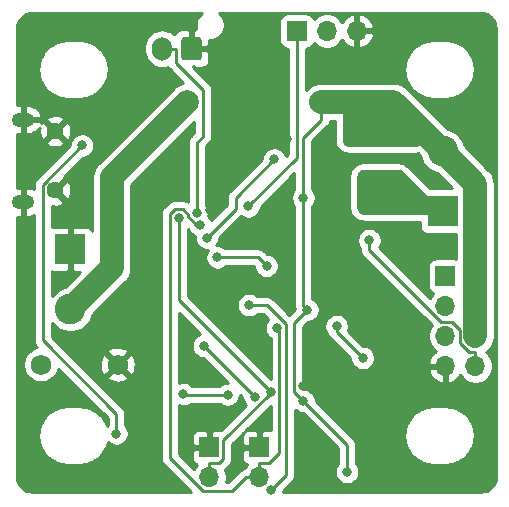
<source format=gbr>
G04 #@! TF.GenerationSoftware,KiCad,Pcbnew,(5.1.5)-3*
G04 #@! TF.CreationDate,2020-07-07T21:27:08-07:00*
G04 #@! TF.ProjectId,tool_head,746f6f6c-5f68-4656-9164-2e6b69636164,B*
G04 #@! TF.SameCoordinates,Original*
G04 #@! TF.FileFunction,Copper,L2,Bot*
G04 #@! TF.FilePolarity,Positive*
%FSLAX46Y46*%
G04 Gerber Fmt 4.6, Leading zero omitted, Abs format (unit mm)*
G04 Created by KiCad (PCBNEW (5.1.5)-3) date 2020-07-07 21:27:08*
%MOMM*%
%LPD*%
G04 APERTURE LIST*
%ADD10C,1.450000*%
%ADD11O,1.900000X1.200000*%
%ADD12R,1.700000X1.700000*%
%ADD13O,1.700000X1.700000*%
%ADD14C,2.600000*%
%ADD15R,2.600000X2.600000*%
%ADD16C,0.100000*%
%ADD17O,1.700000X2.000000*%
%ADD18C,1.750000*%
%ADD19C,2.000000*%
%ADD20C,0.800000*%
%ADD21C,0.250000*%
%ADD22C,2.000000*%
%ADD23C,0.254000*%
G04 APERTURE END LIST*
D10*
X143632500Y-51250000D03*
X143632500Y-56250000D03*
D11*
X140932500Y-50250000D03*
X140932500Y-57250000D03*
D12*
X176670000Y-63500000D03*
D13*
X179210000Y-63500000D03*
X176670000Y-66040000D03*
X179210000Y-66040000D03*
X176670000Y-68580000D03*
X179210000Y-68580000D03*
X176670000Y-71120000D03*
X179210000Y-71120000D03*
D14*
X144920000Y-66330000D03*
D15*
X144920000Y-61250000D03*
X176420000Y-58000000D03*
D14*
X176420000Y-52920000D03*
G04 #@! TA.AperFunction,ComponentPad*
D16*
G36*
X155794504Y-43251204D02*
G01*
X155818773Y-43254804D01*
X155842571Y-43260765D01*
X155865671Y-43269030D01*
X155887849Y-43279520D01*
X155908893Y-43292133D01*
X155928598Y-43306747D01*
X155946777Y-43323223D01*
X155963253Y-43341402D01*
X155977867Y-43361107D01*
X155990480Y-43382151D01*
X156000970Y-43404329D01*
X156009235Y-43427429D01*
X156015196Y-43451227D01*
X156018796Y-43475496D01*
X156020000Y-43500000D01*
X156020000Y-45000000D01*
X156018796Y-45024504D01*
X156015196Y-45048773D01*
X156009235Y-45072571D01*
X156000970Y-45095671D01*
X155990480Y-45117849D01*
X155977867Y-45138893D01*
X155963253Y-45158598D01*
X155946777Y-45176777D01*
X155928598Y-45193253D01*
X155908893Y-45207867D01*
X155887849Y-45220480D01*
X155865671Y-45230970D01*
X155842571Y-45239235D01*
X155818773Y-45245196D01*
X155794504Y-45248796D01*
X155770000Y-45250000D01*
X154570000Y-45250000D01*
X154545496Y-45248796D01*
X154521227Y-45245196D01*
X154497429Y-45239235D01*
X154474329Y-45230970D01*
X154452151Y-45220480D01*
X154431107Y-45207867D01*
X154411402Y-45193253D01*
X154393223Y-45176777D01*
X154376747Y-45158598D01*
X154362133Y-45138893D01*
X154349520Y-45117849D01*
X154339030Y-45095671D01*
X154330765Y-45072571D01*
X154324804Y-45048773D01*
X154321204Y-45024504D01*
X154320000Y-45000000D01*
X154320000Y-43500000D01*
X154321204Y-43475496D01*
X154324804Y-43451227D01*
X154330765Y-43427429D01*
X154339030Y-43404329D01*
X154349520Y-43382151D01*
X154362133Y-43361107D01*
X154376747Y-43341402D01*
X154393223Y-43323223D01*
X154411402Y-43306747D01*
X154431107Y-43292133D01*
X154452151Y-43279520D01*
X154474329Y-43269030D01*
X154497429Y-43260765D01*
X154521227Y-43254804D01*
X154545496Y-43251204D01*
X154570000Y-43250000D01*
X155770000Y-43250000D01*
X155794504Y-43251204D01*
G37*
G04 #@! TD.AperFunction*
D17*
X152670000Y-44250000D03*
D12*
X164090000Y-42750000D03*
D13*
X166630000Y-42750000D03*
X169170000Y-42750000D03*
D18*
X142420000Y-71000000D03*
X148920000Y-71000000D03*
D19*
X166170000Y-48750000D03*
X154770000Y-48750000D03*
D12*
X160920000Y-78000000D03*
D13*
X160920000Y-80540000D03*
X156670000Y-80540000D03*
D12*
X156670000Y-78000000D03*
D20*
X154482800Y-73500000D03*
X158218800Y-73549600D03*
X150155000Y-73401100D03*
X156694000Y-57902000D03*
X167225000Y-56474700D03*
X170670000Y-69481100D03*
X169597000Y-73747900D03*
X170670000Y-65455800D03*
X151719000Y-65336200D03*
X159998000Y-64058800D03*
X165057000Y-77653600D03*
X164608000Y-72833100D03*
X156613000Y-71703400D03*
X160501000Y-45649200D03*
X163244000Y-51937500D03*
X150620000Y-76845400D03*
X163549000Y-65874000D03*
X150782000Y-80450700D03*
X157572000Y-52441900D03*
X170420000Y-57750000D03*
X171420000Y-57750000D03*
X172420000Y-57750000D03*
X173420000Y-57750000D03*
X173420000Y-56750000D03*
X172420000Y-56750000D03*
X171420000Y-56750000D03*
X170420000Y-56750000D03*
X170420000Y-55750000D03*
X171420000Y-55750000D03*
X172420000Y-55750000D03*
X173420000Y-55750000D03*
X162416000Y-67901700D03*
X155867000Y-59154200D03*
X161889000Y-73331100D03*
X154078000Y-58548400D03*
X162175000Y-53625800D03*
X156469000Y-60239300D03*
X161521100Y-62646900D03*
X157367700Y-61925300D03*
X164634000Y-56875000D03*
X164641000Y-74080100D03*
X168343000Y-80078200D03*
X164976000Y-66352600D03*
X160511000Y-73715800D03*
X156207000Y-69411900D03*
X168670000Y-52000000D03*
X169670000Y-52000000D03*
X170670000Y-52000000D03*
X171670000Y-52000000D03*
X172670000Y-52000000D03*
X171670000Y-51000000D03*
X170670000Y-51000000D03*
X169670000Y-51000000D03*
X168670000Y-51000000D03*
X168670000Y-50000000D03*
X169670000Y-50000000D03*
X170670000Y-50000000D03*
X171670000Y-50000000D03*
X172670000Y-50000000D03*
X172670000Y-51000000D03*
X168670000Y-49000000D03*
X169670000Y-49000000D03*
X170670000Y-49000000D03*
X171670000Y-49000000D03*
X172670000Y-49000000D03*
X155605000Y-58150000D03*
X170220500Y-60458000D03*
X159979000Y-57604400D03*
X160051600Y-65965100D03*
X161898200Y-81630800D03*
X148818000Y-76845400D03*
X145912000Y-52441900D03*
X169664700Y-70434600D03*
X167463600Y-67739900D03*
D21*
X158218800Y-73549600D02*
X154532400Y-73549600D01*
X154532400Y-73549600D02*
X154482800Y-73500000D01*
X160920000Y-80540000D02*
X159744700Y-80540000D01*
X155867000Y-59154200D02*
X155583500Y-59154200D01*
X155583500Y-59154200D02*
X154879600Y-58450300D01*
X154879600Y-58450300D02*
X154879600Y-58291000D01*
X154879600Y-58291000D02*
X154407500Y-57818900D01*
X154407500Y-57818900D02*
X153733000Y-57818900D01*
X153733000Y-57818900D02*
X153329800Y-58222100D01*
X153329800Y-58222100D02*
X153329800Y-78904400D01*
X153329800Y-78904400D02*
X156140700Y-81715300D01*
X156140700Y-81715300D02*
X158569400Y-81715300D01*
X158569400Y-81715300D02*
X159744700Y-80540000D01*
X160920000Y-80540000D02*
X160920000Y-79364700D01*
X160920000Y-79364700D02*
X161728000Y-79364700D01*
X161728000Y-79364700D02*
X162618100Y-78474600D01*
X162618100Y-78474600D02*
X162618100Y-68103800D01*
X162618100Y-68103800D02*
X162416000Y-67901700D01*
X154078000Y-58548400D02*
X154078000Y-65520100D01*
X154078000Y-65520100D02*
X161889000Y-73331100D01*
X156670000Y-79364700D02*
X157480000Y-79364700D01*
X157480000Y-79364700D02*
X157845300Y-78999400D01*
X157845300Y-78999400D02*
X157845300Y-77407400D01*
X157845300Y-77407400D02*
X161889000Y-73363700D01*
X161889000Y-73363700D02*
X161889000Y-73331100D01*
X156670000Y-80540000D02*
X156670000Y-79364700D01*
X156469000Y-60239300D02*
X158921800Y-57786500D01*
X158921800Y-57786500D02*
X158921800Y-56879000D01*
X158921800Y-56879000D02*
X162175000Y-53625800D01*
X157367700Y-61925300D02*
X160799500Y-61925300D01*
X160799500Y-61925300D02*
X161521100Y-62646900D01*
X164634000Y-56875000D02*
X164634000Y-66010600D01*
X164634000Y-66010600D02*
X164976000Y-66352600D01*
X164976000Y-66352600D02*
X163862900Y-67465700D01*
X163862900Y-67465700D02*
X163862900Y-73302000D01*
X163862900Y-73302000D02*
X164641000Y-74080100D01*
X168343000Y-80078200D02*
X168343000Y-77782100D01*
X168343000Y-77782100D02*
X164641000Y-74080100D01*
X160511000Y-73715800D02*
X156207100Y-69411900D01*
X156207100Y-69411900D02*
X156207000Y-69411900D01*
D22*
X179210000Y-63500000D02*
X179210000Y-66040000D01*
X176420000Y-52920000D02*
X179210000Y-55710000D01*
X179210000Y-55710000D02*
X179210000Y-63500000D01*
X179210000Y-66040000D02*
X179210000Y-68580000D01*
X166170000Y-48750000D02*
X172250000Y-48750000D01*
X172250000Y-48750000D02*
X176420000Y-52920000D01*
D21*
X164634000Y-56875000D02*
X164634000Y-51786000D01*
X166170000Y-50250000D02*
X166170000Y-48750000D01*
X164634000Y-51786000D02*
X166170000Y-50250000D01*
D22*
X154770000Y-48750000D02*
X148420000Y-55100000D01*
X148420000Y-55100000D02*
X148420000Y-62830000D01*
X148420000Y-62830000D02*
X144920000Y-66330000D01*
D21*
X152670000Y-44250000D02*
X153845300Y-44250000D01*
X155605000Y-58150000D02*
X155605000Y-52206900D01*
X155605000Y-52206900D02*
X156159900Y-51652000D01*
X156159900Y-51652000D02*
X156159900Y-47739900D01*
X156159900Y-47739900D02*
X153845300Y-45425300D01*
X153845300Y-45425300D02*
X153845300Y-44250000D01*
X179210000Y-71120000D02*
X179210000Y-69944700D01*
X179210000Y-69944700D02*
X178695800Y-69944700D01*
X178695800Y-69944700D02*
X177884600Y-69133500D01*
X177884600Y-69133500D02*
X177884600Y-68076100D01*
X177884600Y-68076100D02*
X177213100Y-67404600D01*
X177213100Y-67404600D02*
X176313900Y-67404600D01*
X176313900Y-67404600D02*
X170220500Y-61311200D01*
X170220500Y-61311200D02*
X170220500Y-60458000D01*
X159979000Y-57604400D02*
X164090000Y-53493400D01*
X164090000Y-53493400D02*
X164090000Y-42750000D01*
X161898200Y-81630800D02*
X163156200Y-80372800D01*
X163156200Y-80372800D02*
X163156200Y-67563200D01*
X163156200Y-67563200D02*
X161558100Y-65965100D01*
X161558100Y-65965100D02*
X160051600Y-65965100D01*
X145912000Y-52441900D02*
X142570200Y-55783700D01*
X142570200Y-55783700D02*
X142570200Y-68956300D01*
X142570200Y-68956300D02*
X148818000Y-75204100D01*
X148818000Y-75204100D02*
X148818000Y-76845400D01*
X167463600Y-67739900D02*
X167463600Y-68233500D01*
X167463600Y-68233500D02*
X169664700Y-70434600D01*
D23*
G36*
X155982733Y-41290713D02*
G01*
X155810713Y-41462733D01*
X155675557Y-41665008D01*
X155582460Y-41889764D01*
X155535000Y-42128363D01*
X155535000Y-42371637D01*
X155582460Y-42610236D01*
X155584144Y-42614301D01*
X155455750Y-42615000D01*
X155297000Y-42773750D01*
X155297000Y-44123000D01*
X156496250Y-44123000D01*
X156655000Y-43964250D01*
X156657061Y-43485000D01*
X156891637Y-43485000D01*
X157130236Y-43437540D01*
X157354992Y-43344443D01*
X157557267Y-43209287D01*
X157729287Y-43037267D01*
X157864443Y-42834992D01*
X157957540Y-42610236D01*
X158005000Y-42371637D01*
X158005000Y-42128363D01*
X157957540Y-41889764D01*
X157864443Y-41665008D01*
X157729287Y-41462733D01*
X157557267Y-41290713D01*
X157473887Y-41235000D01*
X179634042Y-41235000D01*
X179915020Y-41262550D01*
X180150712Y-41333710D01*
X180368087Y-41449290D01*
X180558877Y-41604894D01*
X180715806Y-41794589D01*
X180832907Y-42011162D01*
X180905708Y-42246343D01*
X180934999Y-42525034D01*
X180934998Y-80464063D01*
X180907450Y-80745021D01*
X180836290Y-80980712D01*
X180720710Y-81198088D01*
X180565103Y-81388879D01*
X180375407Y-81545811D01*
X180158842Y-81662906D01*
X179923655Y-81735709D01*
X179644971Y-81765000D01*
X162926783Y-81765000D01*
X162933200Y-81732739D01*
X162933200Y-81670601D01*
X163667204Y-80936598D01*
X163696201Y-80912801D01*
X163791174Y-80797076D01*
X163861746Y-80665047D01*
X163905203Y-80521786D01*
X163916200Y-80410133D01*
X163916200Y-80410125D01*
X163919876Y-80372800D01*
X163916200Y-80335475D01*
X163916200Y-74819011D01*
X163981226Y-74884037D01*
X164150744Y-74997305D01*
X164339102Y-75075326D01*
X164539061Y-75115100D01*
X164601199Y-75115100D01*
X167583001Y-78096903D01*
X167583000Y-79374489D01*
X167539063Y-79418426D01*
X167425795Y-79587944D01*
X167347774Y-79776302D01*
X167308000Y-79976261D01*
X167308000Y-80180139D01*
X167347774Y-80380098D01*
X167425795Y-80568456D01*
X167539063Y-80737974D01*
X167683226Y-80882137D01*
X167852744Y-80995405D01*
X168041102Y-81073426D01*
X168241061Y-81113200D01*
X168444939Y-81113200D01*
X168644898Y-81073426D01*
X168833256Y-80995405D01*
X169002774Y-80882137D01*
X169146937Y-80737974D01*
X169260205Y-80568456D01*
X169338226Y-80380098D01*
X169378000Y-80180139D01*
X169378000Y-79976261D01*
X169338226Y-79776302D01*
X169260205Y-79587944D01*
X169146937Y-79418426D01*
X169103000Y-79374489D01*
X169103000Y-77819433D01*
X169106677Y-77782100D01*
X169092003Y-77633114D01*
X169048546Y-77489853D01*
X168977974Y-77357824D01*
X168906799Y-77271097D01*
X168883001Y-77242099D01*
X168854003Y-77218301D01*
X168581248Y-76945546D01*
X173188138Y-76945546D01*
X173188604Y-77012199D01*
X173188139Y-77078775D01*
X173189140Y-77088988D01*
X173224842Y-77428657D01*
X173238245Y-77493951D01*
X173250721Y-77559351D01*
X173253686Y-77569175D01*
X173354685Y-77895441D01*
X173380503Y-77956860D01*
X173405455Y-78018618D01*
X173410273Y-78027679D01*
X173572719Y-78328113D01*
X173609985Y-78383362D01*
X173646449Y-78439084D01*
X173652935Y-78447037D01*
X173870643Y-78710197D01*
X173917954Y-78757178D01*
X173964521Y-78804730D01*
X173972428Y-78811272D01*
X174237103Y-79027134D01*
X174292606Y-79064010D01*
X174347557Y-79101635D01*
X174356579Y-79106513D01*
X174356583Y-79106516D01*
X174356587Y-79106518D01*
X174658146Y-79266858D01*
X174719785Y-79292263D01*
X174780968Y-79318486D01*
X174790767Y-79321520D01*
X174790773Y-79321522D01*
X175117735Y-79420235D01*
X175183100Y-79433177D01*
X175248243Y-79447023D01*
X175258449Y-79448096D01*
X175525812Y-79474310D01*
X175525993Y-79474365D01*
X175633973Y-79485000D01*
X176706184Y-79485000D01*
X176744298Y-79481246D01*
X176766242Y-79481246D01*
X176776448Y-79480174D01*
X177115859Y-79442101D01*
X177181057Y-79428242D01*
X177246366Y-79415311D01*
X177256168Y-79412277D01*
X177256174Y-79412275D01*
X177581723Y-79309003D01*
X177642998Y-79282740D01*
X177704543Y-79257373D01*
X177713566Y-79252495D01*
X177713570Y-79252493D01*
X177713573Y-79252491D01*
X178012864Y-79087952D01*
X178067852Y-79050300D01*
X178123316Y-79013450D01*
X178131223Y-79006909D01*
X178392856Y-78787370D01*
X178439482Y-78739757D01*
X178486734Y-78692833D01*
X178493215Y-78684886D01*
X178493220Y-78684881D01*
X178493224Y-78684876D01*
X178707230Y-78418703D01*
X178743735Y-78362916D01*
X178780957Y-78307732D01*
X178785775Y-78298671D01*
X178944007Y-77995996D01*
X178968976Y-77934195D01*
X178994775Y-77872821D01*
X178997741Y-77862997D01*
X179094172Y-77535351D01*
X179106658Y-77469895D01*
X179120049Y-77404656D01*
X179121051Y-77394442D01*
X179152003Y-77054309D01*
X179151537Y-76987618D01*
X179152001Y-76921081D01*
X179151000Y-76910868D01*
X179115298Y-76571199D01*
X179101895Y-76505905D01*
X179089419Y-76440505D01*
X179086455Y-76430688D01*
X179086454Y-76430682D01*
X179086451Y-76430676D01*
X178985455Y-76104415D01*
X178959628Y-76042976D01*
X178934684Y-75981238D01*
X178929867Y-75972177D01*
X178767420Y-75671742D01*
X178730147Y-75616484D01*
X178693691Y-75560774D01*
X178687205Y-75552821D01*
X178469498Y-75289661D01*
X178422204Y-75242697D01*
X178375618Y-75195125D01*
X178367711Y-75188583D01*
X178103035Y-74972721D01*
X178047539Y-74935850D01*
X177992581Y-74898220D01*
X177983554Y-74893339D01*
X177681991Y-74732998D01*
X177620360Y-74707596D01*
X177559171Y-74681371D01*
X177549367Y-74678336D01*
X177222404Y-74579622D01*
X177157046Y-74566681D01*
X177091896Y-74552834D01*
X177081690Y-74551761D01*
X176741780Y-74518434D01*
X176741778Y-74518434D01*
X176706160Y-74514926D01*
X175633953Y-74514932D01*
X175596601Y-74518611D01*
X175573900Y-74518611D01*
X175563693Y-74519683D01*
X175224282Y-74557756D01*
X175159084Y-74571615D01*
X175093775Y-74584546D01*
X175083973Y-74587580D01*
X175083967Y-74587582D01*
X174758418Y-74690854D01*
X174697166Y-74717107D01*
X174635600Y-74742483D01*
X174626572Y-74747364D01*
X174327279Y-74911903D01*
X174272290Y-74949555D01*
X174216824Y-74986407D01*
X174208916Y-74992948D01*
X173947283Y-75212488D01*
X173900655Y-75260104D01*
X173853408Y-75307023D01*
X173846922Y-75314976D01*
X173632912Y-75581152D01*
X173596407Y-75636938D01*
X173559185Y-75692123D01*
X173554370Y-75701179D01*
X173554367Y-75701183D01*
X173554367Y-75701184D01*
X173396134Y-76003858D01*
X173371161Y-76065668D01*
X173345364Y-76127037D01*
X173342400Y-76136854D01*
X173342398Y-76136860D01*
X173342398Y-76136862D01*
X173245969Y-76464506D01*
X173233483Y-76529965D01*
X173220092Y-76595199D01*
X173219091Y-76605412D01*
X173188138Y-76945546D01*
X168581248Y-76945546D01*
X165676000Y-74040299D01*
X165676000Y-73978161D01*
X165636226Y-73778202D01*
X165558205Y-73589844D01*
X165444937Y-73420326D01*
X165300774Y-73276163D01*
X165131256Y-73162895D01*
X164942898Y-73084874D01*
X164742939Y-73045100D01*
X164680801Y-73045100D01*
X164622900Y-72987199D01*
X164622900Y-71476890D01*
X175228524Y-71476890D01*
X175273175Y-71624099D01*
X175398359Y-71886920D01*
X175572412Y-72120269D01*
X175788645Y-72315178D01*
X176038748Y-72464157D01*
X176313109Y-72561481D01*
X176543000Y-72440814D01*
X176543000Y-71247000D01*
X175349845Y-71247000D01*
X175228524Y-71476890D01*
X164622900Y-71476890D01*
X164622900Y-67780501D01*
X164765440Y-67637961D01*
X166428600Y-67637961D01*
X166428600Y-67841839D01*
X166468374Y-68041798D01*
X166546395Y-68230156D01*
X166659663Y-68399674D01*
X166746001Y-68486012D01*
X166758054Y-68525747D01*
X166828626Y-68657776D01*
X166923600Y-68773501D01*
X166952598Y-68797299D01*
X168629700Y-70474403D01*
X168629700Y-70536539D01*
X168669474Y-70736498D01*
X168747495Y-70924856D01*
X168860763Y-71094374D01*
X169004926Y-71238537D01*
X169174444Y-71351805D01*
X169362802Y-71429826D01*
X169562761Y-71469600D01*
X169766639Y-71469600D01*
X169966598Y-71429826D01*
X170154956Y-71351805D01*
X170324474Y-71238537D01*
X170468637Y-71094374D01*
X170581905Y-70924856D01*
X170659926Y-70736498D01*
X170699700Y-70536539D01*
X170699700Y-70332661D01*
X170659926Y-70132702D01*
X170581905Y-69944344D01*
X170468637Y-69774826D01*
X170324474Y-69630663D01*
X170154956Y-69517395D01*
X169966598Y-69439374D01*
X169766639Y-69399600D01*
X169704503Y-69399600D01*
X168425985Y-68121083D01*
X168458826Y-68041798D01*
X168498600Y-67841839D01*
X168498600Y-67637961D01*
X168458826Y-67438002D01*
X168380805Y-67249644D01*
X168267537Y-67080126D01*
X168123374Y-66935963D01*
X167953856Y-66822695D01*
X167765498Y-66744674D01*
X167565539Y-66704900D01*
X167361661Y-66704900D01*
X167161702Y-66744674D01*
X166973344Y-66822695D01*
X166803826Y-66935963D01*
X166659663Y-67080126D01*
X166546395Y-67249644D01*
X166468374Y-67438002D01*
X166428600Y-67637961D01*
X164765440Y-67637961D01*
X165015802Y-67387600D01*
X165077939Y-67387600D01*
X165277898Y-67347826D01*
X165466256Y-67269805D01*
X165635774Y-67156537D01*
X165779937Y-67012374D01*
X165893205Y-66842856D01*
X165971226Y-66654498D01*
X166011000Y-66454539D01*
X166011000Y-66250661D01*
X165971226Y-66050702D01*
X165893205Y-65862344D01*
X165779937Y-65692826D01*
X165635774Y-65548663D01*
X165466256Y-65435395D01*
X165394000Y-65405465D01*
X165394000Y-57578711D01*
X165437937Y-57534774D01*
X165551205Y-57365256D01*
X165629226Y-57176898D01*
X165669000Y-56976939D01*
X165669000Y-56773061D01*
X165629226Y-56573102D01*
X165551205Y-56384744D01*
X165437937Y-56215226D01*
X165394000Y-56171289D01*
X165394000Y-52100801D01*
X166681004Y-50813798D01*
X166710001Y-50790001D01*
X166785421Y-50698102D01*
X166804974Y-50674277D01*
X166875546Y-50542247D01*
X166875546Y-50542246D01*
X166919003Y-50398986D01*
X166920381Y-50385000D01*
X167285000Y-50385000D01*
X167285000Y-52000000D01*
X167290432Y-52082883D01*
X167307469Y-52212293D01*
X167350373Y-52372414D01*
X167400323Y-52493004D01*
X167483210Y-52636567D01*
X167562670Y-52740120D01*
X167679880Y-52857330D01*
X167783433Y-52936790D01*
X167926996Y-53019677D01*
X168047586Y-53069627D01*
X168207707Y-53112531D01*
X168337117Y-53129568D01*
X168420000Y-53135000D01*
X174155492Y-53135000D01*
X174245144Y-53128639D01*
X174307506Y-53119745D01*
X174531348Y-53343588D01*
X174559361Y-53484419D01*
X174705225Y-53836566D01*
X174916987Y-54153491D01*
X175186509Y-54423013D01*
X175503434Y-54634775D01*
X175855581Y-54780639D01*
X175996414Y-54808652D01*
X177249689Y-56061928D01*
X175379954Y-56061928D01*
X173515460Y-54197434D01*
X173453011Y-54142668D01*
X173349457Y-54063208D01*
X173205897Y-53980323D01*
X173085307Y-53930373D01*
X172925186Y-53887469D01*
X172795776Y-53870432D01*
X172712893Y-53865000D01*
X169670000Y-53865000D01*
X169587117Y-53870432D01*
X169457707Y-53887469D01*
X169297586Y-53930373D01*
X169176996Y-53980323D01*
X169033433Y-54063210D01*
X168929880Y-54142670D01*
X168812670Y-54259880D01*
X168733210Y-54363433D01*
X168650323Y-54506996D01*
X168600373Y-54627586D01*
X168557469Y-54787707D01*
X168540432Y-54917117D01*
X168535000Y-55000000D01*
X168535000Y-57750000D01*
X168540432Y-57832883D01*
X168557469Y-57962293D01*
X168600373Y-58122414D01*
X168650323Y-58243004D01*
X168733210Y-58386567D01*
X168812670Y-58490120D01*
X168929880Y-58607330D01*
X169033433Y-58686790D01*
X169176996Y-58769677D01*
X169297586Y-58819627D01*
X169457707Y-58862531D01*
X169587117Y-58879568D01*
X169670000Y-58885000D01*
X174481928Y-58885000D01*
X174481928Y-59300000D01*
X174494188Y-59424482D01*
X174530498Y-59544180D01*
X174589463Y-59654494D01*
X174668815Y-59751185D01*
X174765506Y-59830537D01*
X174875820Y-59889502D01*
X174995518Y-59925812D01*
X175120000Y-59938072D01*
X177575001Y-59938072D01*
X177575001Y-62017345D01*
X177520000Y-62011928D01*
X175820000Y-62011928D01*
X175695518Y-62024188D01*
X175575820Y-62060498D01*
X175465506Y-62119463D01*
X175368815Y-62198815D01*
X175289463Y-62295506D01*
X175230498Y-62405820D01*
X175194188Y-62525518D01*
X175181928Y-62650000D01*
X175181928Y-64350000D01*
X175194188Y-64474482D01*
X175230498Y-64594180D01*
X175289463Y-64704494D01*
X175368815Y-64801185D01*
X175465506Y-64880537D01*
X175575820Y-64939502D01*
X175648380Y-64961513D01*
X175516525Y-65093368D01*
X175354010Y-65336589D01*
X175344251Y-65360149D01*
X171055454Y-61071353D01*
X171137705Y-60948256D01*
X171215726Y-60759898D01*
X171255500Y-60559939D01*
X171255500Y-60356061D01*
X171215726Y-60156102D01*
X171137705Y-59967744D01*
X171024437Y-59798226D01*
X170880274Y-59654063D01*
X170710756Y-59540795D01*
X170522398Y-59462774D01*
X170322439Y-59423000D01*
X170118561Y-59423000D01*
X169918602Y-59462774D01*
X169730244Y-59540795D01*
X169560726Y-59654063D01*
X169416563Y-59798226D01*
X169303295Y-59967744D01*
X169225274Y-60156102D01*
X169185500Y-60356061D01*
X169185500Y-60559939D01*
X169225274Y-60759898D01*
X169303295Y-60948256D01*
X169416563Y-61117774D01*
X169460500Y-61161711D01*
X169460500Y-61273878D01*
X169456824Y-61311200D01*
X169460500Y-61348522D01*
X169460500Y-61348532D01*
X169471497Y-61460185D01*
X169494419Y-61535750D01*
X169514954Y-61603446D01*
X169585526Y-61735476D01*
X169619041Y-61776314D01*
X169680499Y-61851201D01*
X169709503Y-61875004D01*
X175497035Y-67662537D01*
X175354010Y-67876589D01*
X175242068Y-68146842D01*
X175185000Y-68433740D01*
X175185000Y-68726260D01*
X175242068Y-69013158D01*
X175354010Y-69283411D01*
X175516525Y-69526632D01*
X175723368Y-69733475D01*
X175905534Y-69855195D01*
X175788645Y-69924822D01*
X175572412Y-70119731D01*
X175398359Y-70353080D01*
X175273175Y-70615901D01*
X175228524Y-70763110D01*
X175349845Y-70993000D01*
X176543000Y-70993000D01*
X176543000Y-70973000D01*
X176797000Y-70973000D01*
X176797000Y-70993000D01*
X176817000Y-70993000D01*
X176817000Y-71247000D01*
X176797000Y-71247000D01*
X176797000Y-72440814D01*
X177026891Y-72561481D01*
X177301252Y-72464157D01*
X177551355Y-72315178D01*
X177767588Y-72120269D01*
X177938900Y-71890594D01*
X178056525Y-72066632D01*
X178263368Y-72273475D01*
X178506589Y-72435990D01*
X178776842Y-72547932D01*
X179063740Y-72605000D01*
X179356260Y-72605000D01*
X179643158Y-72547932D01*
X179913411Y-72435990D01*
X180156632Y-72273475D01*
X180363475Y-72066632D01*
X180525990Y-71823411D01*
X180637932Y-71553158D01*
X180695000Y-71266260D01*
X180695000Y-70973740D01*
X180637932Y-70686842D01*
X180525990Y-70416589D01*
X180363475Y-70173368D01*
X180156632Y-69966525D01*
X180124192Y-69944849D01*
X180371714Y-69741714D01*
X180576031Y-69492752D01*
X180727852Y-69208715D01*
X180821343Y-68900516D01*
X180845000Y-68660322D01*
X180845000Y-55790322D01*
X180852911Y-55710000D01*
X180821343Y-55389483D01*
X180727852Y-55081285D01*
X180655574Y-54946063D01*
X180576031Y-54797248D01*
X180371714Y-54548286D01*
X180309320Y-54497081D01*
X178308652Y-52496414D01*
X178280639Y-52355581D01*
X178134775Y-52003434D01*
X177923013Y-51686509D01*
X177653491Y-51416987D01*
X177336566Y-51205225D01*
X176984419Y-51059361D01*
X176843588Y-51031348D01*
X173462925Y-47650687D01*
X173411714Y-47588286D01*
X173162752Y-47383969D01*
X172878715Y-47232148D01*
X172570516Y-47138657D01*
X172330322Y-47115000D01*
X172330319Y-47115000D01*
X172250000Y-47107089D01*
X172169681Y-47115000D01*
X166008967Y-47115000D01*
X165929807Y-47130746D01*
X165849484Y-47138657D01*
X165772249Y-47162086D01*
X165693088Y-47177832D01*
X165618521Y-47208719D01*
X165541285Y-47232148D01*
X165470102Y-47270196D01*
X165395537Y-47301082D01*
X165328431Y-47345921D01*
X165257248Y-47383969D01*
X165194854Y-47435174D01*
X165127748Y-47480013D01*
X165070681Y-47537080D01*
X165008286Y-47588286D01*
X164957080Y-47650681D01*
X164900013Y-47707748D01*
X164855174Y-47774854D01*
X164850000Y-47781159D01*
X164850000Y-45945547D01*
X173188138Y-45945547D01*
X173188604Y-46012200D01*
X173188139Y-46078776D01*
X173189140Y-46088989D01*
X173224842Y-46428658D01*
X173238245Y-46493952D01*
X173250721Y-46559352D01*
X173253686Y-46569176D01*
X173354685Y-46895442D01*
X173380503Y-46956861D01*
X173405455Y-47018619D01*
X173410273Y-47027680D01*
X173572719Y-47328114D01*
X173609985Y-47383363D01*
X173646449Y-47439085D01*
X173652935Y-47447038D01*
X173870643Y-47710198D01*
X173917954Y-47757179D01*
X173964521Y-47804731D01*
X173972428Y-47811273D01*
X174237103Y-48027135D01*
X174292606Y-48064011D01*
X174347557Y-48101636D01*
X174356579Y-48106514D01*
X174356583Y-48106517D01*
X174356587Y-48106519D01*
X174658146Y-48266859D01*
X174719785Y-48292264D01*
X174780968Y-48318487D01*
X174790767Y-48321521D01*
X174790773Y-48321523D01*
X175117735Y-48420236D01*
X175183100Y-48433178D01*
X175248243Y-48447024D01*
X175258449Y-48448097D01*
X175525816Y-48474311D01*
X175525993Y-48474365D01*
X175633973Y-48485000D01*
X176706184Y-48485000D01*
X176744288Y-48481247D01*
X176766242Y-48481247D01*
X176776448Y-48480175D01*
X177115859Y-48442102D01*
X177181057Y-48428243D01*
X177246366Y-48415312D01*
X177256168Y-48412278D01*
X177256174Y-48412276D01*
X177581723Y-48309004D01*
X177642998Y-48282741D01*
X177704543Y-48257374D01*
X177713566Y-48252496D01*
X177713570Y-48252494D01*
X177713573Y-48252492D01*
X178012864Y-48087953D01*
X178067852Y-48050301D01*
X178123316Y-48013451D01*
X178131223Y-48006910D01*
X178392856Y-47787371D01*
X178439482Y-47739758D01*
X178486734Y-47692834D01*
X178493215Y-47684887D01*
X178493220Y-47684882D01*
X178493224Y-47684877D01*
X178707230Y-47418704D01*
X178743735Y-47362917D01*
X178780957Y-47307733D01*
X178785775Y-47298672D01*
X178944007Y-46995997D01*
X178968976Y-46934196D01*
X178994775Y-46872822D01*
X178997741Y-46862998D01*
X179094172Y-46535352D01*
X179106658Y-46469896D01*
X179120049Y-46404657D01*
X179121051Y-46394443D01*
X179152003Y-46054310D01*
X179151537Y-45987619D01*
X179152001Y-45921082D01*
X179151000Y-45910869D01*
X179115298Y-45571200D01*
X179101895Y-45505906D01*
X179089419Y-45440506D01*
X179086455Y-45430689D01*
X179086454Y-45430683D01*
X179086451Y-45430677D01*
X178985455Y-45104416D01*
X178959628Y-45042977D01*
X178934684Y-44981239D01*
X178929867Y-44972178D01*
X178767420Y-44671743D01*
X178730147Y-44616485D01*
X178693691Y-44560775D01*
X178687205Y-44552822D01*
X178469498Y-44289662D01*
X178422204Y-44242698D01*
X178375618Y-44195126D01*
X178367711Y-44188584D01*
X178103035Y-43972722D01*
X178047539Y-43935851D01*
X177992581Y-43898221D01*
X177983554Y-43893340D01*
X177681991Y-43732999D01*
X177620360Y-43707597D01*
X177559171Y-43681372D01*
X177549367Y-43678337D01*
X177222404Y-43579623D01*
X177157046Y-43566682D01*
X177091896Y-43552835D01*
X177081690Y-43551762D01*
X176741780Y-43518435D01*
X176741778Y-43518435D01*
X176706160Y-43514927D01*
X175633953Y-43514933D01*
X175596601Y-43518612D01*
X175573900Y-43518612D01*
X175563693Y-43519684D01*
X175224282Y-43557757D01*
X175159084Y-43571616D01*
X175093775Y-43584547D01*
X175083973Y-43587581D01*
X175083967Y-43587583D01*
X174758418Y-43690855D01*
X174697166Y-43717108D01*
X174635600Y-43742484D01*
X174626572Y-43747365D01*
X174327279Y-43911904D01*
X174272290Y-43949556D01*
X174216824Y-43986408D01*
X174208916Y-43992949D01*
X173947283Y-44212489D01*
X173900655Y-44260105D01*
X173853408Y-44307024D01*
X173846922Y-44314977D01*
X173632912Y-44581153D01*
X173596407Y-44636939D01*
X173559185Y-44692124D01*
X173554370Y-44701180D01*
X173554367Y-44701184D01*
X173554367Y-44701185D01*
X173396134Y-45003859D01*
X173371161Y-45065669D01*
X173345364Y-45127038D01*
X173342400Y-45136855D01*
X173342398Y-45136861D01*
X173342398Y-45136863D01*
X173245969Y-45464507D01*
X173233483Y-45529966D01*
X173220092Y-45595200D01*
X173219091Y-45605413D01*
X173188138Y-45945547D01*
X164850000Y-45945547D01*
X164850000Y-44238072D01*
X164940000Y-44238072D01*
X165064482Y-44225812D01*
X165184180Y-44189502D01*
X165294494Y-44130537D01*
X165391185Y-44051185D01*
X165470537Y-43954494D01*
X165529502Y-43844180D01*
X165551513Y-43771620D01*
X165683368Y-43903475D01*
X165926589Y-44065990D01*
X166196842Y-44177932D01*
X166483740Y-44235000D01*
X166776260Y-44235000D01*
X167063158Y-44177932D01*
X167333411Y-44065990D01*
X167576632Y-43903475D01*
X167783475Y-43696632D01*
X167905195Y-43514466D01*
X167974822Y-43631355D01*
X168169731Y-43847588D01*
X168403080Y-44021641D01*
X168665901Y-44146825D01*
X168813110Y-44191476D01*
X169043000Y-44070155D01*
X169043000Y-42877000D01*
X169297000Y-42877000D01*
X169297000Y-44070155D01*
X169526890Y-44191476D01*
X169674099Y-44146825D01*
X169936920Y-44021641D01*
X170170269Y-43847588D01*
X170365178Y-43631355D01*
X170514157Y-43381252D01*
X170611481Y-43106891D01*
X170490814Y-42877000D01*
X169297000Y-42877000D01*
X169043000Y-42877000D01*
X169023000Y-42877000D01*
X169023000Y-42623000D01*
X169043000Y-42623000D01*
X169043000Y-41429845D01*
X169297000Y-41429845D01*
X169297000Y-42623000D01*
X170490814Y-42623000D01*
X170611481Y-42393109D01*
X170514157Y-42118748D01*
X170365178Y-41868645D01*
X170170269Y-41652412D01*
X169936920Y-41478359D01*
X169674099Y-41353175D01*
X169526890Y-41308524D01*
X169297000Y-41429845D01*
X169043000Y-41429845D01*
X168813110Y-41308524D01*
X168665901Y-41353175D01*
X168403080Y-41478359D01*
X168169731Y-41652412D01*
X167974822Y-41868645D01*
X167905195Y-41985534D01*
X167783475Y-41803368D01*
X167576632Y-41596525D01*
X167333411Y-41434010D01*
X167063158Y-41322068D01*
X166776260Y-41265000D01*
X166483740Y-41265000D01*
X166196842Y-41322068D01*
X165926589Y-41434010D01*
X165683368Y-41596525D01*
X165551513Y-41728380D01*
X165529502Y-41655820D01*
X165470537Y-41545506D01*
X165391185Y-41448815D01*
X165294494Y-41369463D01*
X165184180Y-41310498D01*
X165064482Y-41274188D01*
X164940000Y-41261928D01*
X163240000Y-41261928D01*
X163115518Y-41274188D01*
X162995820Y-41310498D01*
X162885506Y-41369463D01*
X162788815Y-41448815D01*
X162709463Y-41545506D01*
X162650498Y-41655820D01*
X162614188Y-41775518D01*
X162601928Y-41900000D01*
X162601928Y-43600000D01*
X162614188Y-43724482D01*
X162650498Y-43844180D01*
X162709463Y-43954494D01*
X162788815Y-44051185D01*
X162885506Y-44130537D01*
X162995820Y-44189502D01*
X163115518Y-44225812D01*
X163240000Y-44238072D01*
X163330001Y-44238072D01*
X163330000Y-53178598D01*
X163172627Y-53335971D01*
X163170226Y-53323902D01*
X163092205Y-53135544D01*
X162978937Y-52966026D01*
X162834774Y-52821863D01*
X162665256Y-52708595D01*
X162476898Y-52630574D01*
X162276939Y-52590800D01*
X162073061Y-52590800D01*
X161873102Y-52630574D01*
X161684744Y-52708595D01*
X161515226Y-52821863D01*
X161371063Y-52966026D01*
X161257795Y-53135544D01*
X161179774Y-53323902D01*
X161140000Y-53523861D01*
X161140000Y-53585998D01*
X158410798Y-56315201D01*
X158381800Y-56338999D01*
X158358002Y-56367997D01*
X158358001Y-56367998D01*
X158286826Y-56454724D01*
X158216254Y-56586754D01*
X158191164Y-56669467D01*
X158172798Y-56730014D01*
X158161800Y-56841667D01*
X158161800Y-56841678D01*
X158158124Y-56879000D01*
X158161800Y-56916322D01*
X158161800Y-57471698D01*
X156838493Y-58795006D01*
X156784205Y-58663944D01*
X156670937Y-58494426D01*
X156604902Y-58428391D01*
X156640000Y-58251939D01*
X156640000Y-58048061D01*
X156600226Y-57848102D01*
X156522205Y-57659744D01*
X156408937Y-57490226D01*
X156365000Y-57446289D01*
X156365000Y-52521701D01*
X156670903Y-52215798D01*
X156699901Y-52192001D01*
X156734654Y-52149654D01*
X156794874Y-52076277D01*
X156865446Y-51944247D01*
X156902930Y-51820676D01*
X156908903Y-51800986D01*
X156919900Y-51689333D01*
X156919900Y-51689324D01*
X156923576Y-51652001D01*
X156919900Y-51614678D01*
X156919900Y-47777225D01*
X156923576Y-47739900D01*
X156919900Y-47702575D01*
X156919900Y-47702567D01*
X156908903Y-47590914D01*
X156865446Y-47447653D01*
X156794874Y-47315624D01*
X156699901Y-47199899D01*
X156670903Y-47176101D01*
X155297002Y-45802201D01*
X155297002Y-45726252D01*
X155455750Y-45885000D01*
X156020000Y-45888072D01*
X156144482Y-45875812D01*
X156264180Y-45839502D01*
X156374494Y-45780537D01*
X156471185Y-45701185D01*
X156550537Y-45604494D01*
X156609502Y-45494180D01*
X156645812Y-45374482D01*
X156658072Y-45250000D01*
X156655000Y-44535750D01*
X156496250Y-44377000D01*
X155297000Y-44377000D01*
X155297000Y-44397000D01*
X155043000Y-44397000D01*
X155043000Y-44377000D01*
X155023000Y-44377000D01*
X155023000Y-44123000D01*
X155043000Y-44123000D01*
X155043000Y-42773750D01*
X154884250Y-42615000D01*
X154320000Y-42611928D01*
X154195518Y-42624188D01*
X154075820Y-42660498D01*
X153965506Y-42719463D01*
X153868815Y-42798815D01*
X153789463Y-42895506D01*
X153730498Y-43005820D01*
X153719945Y-43040608D01*
X153499014Y-42859294D01*
X153241034Y-42721401D01*
X152961111Y-42636487D01*
X152670000Y-42607815D01*
X152378890Y-42636487D01*
X152098967Y-42721401D01*
X151840987Y-42859294D01*
X151614866Y-43044866D01*
X151429294Y-43270986D01*
X151291401Y-43528966D01*
X151206487Y-43808889D01*
X151185000Y-44027050D01*
X151185000Y-44472949D01*
X151206487Y-44691110D01*
X151291401Y-44971033D01*
X151429294Y-45229013D01*
X151614866Y-45455134D01*
X151840986Y-45640706D01*
X152098966Y-45778599D01*
X152378889Y-45863513D01*
X152670000Y-45892185D01*
X152961110Y-45863513D01*
X153181965Y-45796517D01*
X153210326Y-45849576D01*
X153242988Y-45889374D01*
X153305299Y-45965301D01*
X153334303Y-45989104D01*
X154480774Y-47135576D01*
X154449483Y-47138658D01*
X154372256Y-47162085D01*
X154293088Y-47177832D01*
X154218513Y-47208722D01*
X154141285Y-47232149D01*
X154070110Y-47270193D01*
X153995537Y-47301082D01*
X153928426Y-47345924D01*
X153857247Y-47383970D01*
X153794857Y-47435172D01*
X153727748Y-47480013D01*
X153670676Y-47537085D01*
X147320687Y-53887075D01*
X147258286Y-53938286D01*
X147053969Y-54187249D01*
X146902148Y-54471286D01*
X146808657Y-54779485D01*
X146785000Y-55019678D01*
X146777089Y-55100000D01*
X146785000Y-55180320D01*
X146785001Y-59659982D01*
X146750537Y-59595506D01*
X146671185Y-59498815D01*
X146574494Y-59419463D01*
X146464180Y-59360498D01*
X146344482Y-59324188D01*
X146220000Y-59311928D01*
X145205750Y-59315000D01*
X145047000Y-59473750D01*
X145047000Y-61123000D01*
X145067000Y-61123000D01*
X145067000Y-61377000D01*
X145047000Y-61377000D01*
X145047000Y-63026250D01*
X145205750Y-63185000D01*
X145751110Y-63186652D01*
X144496414Y-64441348D01*
X144355581Y-64469361D01*
X144003434Y-64615225D01*
X143686509Y-64826987D01*
X143416987Y-65096509D01*
X143330200Y-65226395D01*
X143330200Y-63115117D01*
X143375820Y-63139502D01*
X143495518Y-63175812D01*
X143620000Y-63188072D01*
X144634250Y-63185000D01*
X144793000Y-63026250D01*
X144793000Y-61377000D01*
X144773000Y-61377000D01*
X144773000Y-61123000D01*
X144793000Y-61123000D01*
X144793000Y-59473750D01*
X144634250Y-59315000D01*
X143620000Y-59311928D01*
X143495518Y-59324188D01*
X143375820Y-59360498D01*
X143330200Y-59384883D01*
X143330200Y-57576170D01*
X143438349Y-57602719D01*
X143705982Y-57614604D01*
X143970791Y-57574048D01*
X144222600Y-57482609D01*
X144329535Y-57425450D01*
X144392028Y-57189133D01*
X143632500Y-56429605D01*
X143618358Y-56443748D01*
X143438753Y-56264143D01*
X143452895Y-56250000D01*
X143812105Y-56250000D01*
X144571633Y-57009528D01*
X144807950Y-56947035D01*
X144921350Y-56704322D01*
X144985219Y-56444151D01*
X144997104Y-56176518D01*
X144956548Y-55911709D01*
X144865109Y-55659900D01*
X144807950Y-55552965D01*
X144571633Y-55490472D01*
X143812105Y-56250000D01*
X143452895Y-56250000D01*
X143438753Y-56235858D01*
X143618358Y-56056253D01*
X143632500Y-56070395D01*
X144392028Y-55310867D01*
X144334683Y-55094018D01*
X145951802Y-53476900D01*
X146013939Y-53476900D01*
X146213898Y-53437126D01*
X146402256Y-53359105D01*
X146571774Y-53245837D01*
X146715937Y-53101674D01*
X146829205Y-52932156D01*
X146907226Y-52743798D01*
X146947000Y-52543839D01*
X146947000Y-52339961D01*
X146907226Y-52140002D01*
X146829205Y-51951644D01*
X146715937Y-51782126D01*
X146571774Y-51637963D01*
X146402256Y-51524695D01*
X146213898Y-51446674D01*
X146013939Y-51406900D01*
X145810061Y-51406900D01*
X145610102Y-51446674D01*
X145421744Y-51524695D01*
X145252226Y-51637963D01*
X145108063Y-51782126D01*
X144994795Y-51951644D01*
X144916774Y-52140002D01*
X144877000Y-52339961D01*
X144877000Y-52402098D01*
X142059203Y-55219896D01*
X142030199Y-55243699D01*
X141975076Y-55310867D01*
X141935226Y-55359424D01*
X141887826Y-55448102D01*
X141864654Y-55491454D01*
X141821197Y-55634715D01*
X141810200Y-55746368D01*
X141810200Y-55746378D01*
X141806524Y-55783700D01*
X141810200Y-55821022D01*
X141810200Y-56131513D01*
X141647996Y-56063507D01*
X141409500Y-56015000D01*
X141059500Y-56015000D01*
X141059500Y-57123000D01*
X141079500Y-57123000D01*
X141079500Y-57377000D01*
X141059500Y-57377000D01*
X141059500Y-58485000D01*
X141409500Y-58485000D01*
X141647996Y-58436493D01*
X141810200Y-58368487D01*
X141810201Y-68918968D01*
X141806524Y-68956300D01*
X141810201Y-68993633D01*
X141821198Y-69105286D01*
X141834380Y-69148742D01*
X141864654Y-69248546D01*
X141935226Y-69380576D01*
X141978822Y-69433697D01*
X142030200Y-69496301D01*
X142059198Y-69520099D01*
X142069279Y-69530180D01*
X141979549Y-69548029D01*
X141704747Y-69661856D01*
X141457431Y-69827107D01*
X141247107Y-70037431D01*
X141081856Y-70284747D01*
X140968029Y-70559549D01*
X140910000Y-70851278D01*
X140910000Y-71148722D01*
X140968029Y-71440451D01*
X141081856Y-71715253D01*
X141247107Y-71962569D01*
X141457431Y-72172893D01*
X141704747Y-72338144D01*
X141979549Y-72451971D01*
X142271278Y-72510000D01*
X142568722Y-72510000D01*
X142860451Y-72451971D01*
X143135253Y-72338144D01*
X143382569Y-72172893D01*
X143592893Y-71962569D01*
X143758144Y-71715253D01*
X143871971Y-71440451D01*
X143889820Y-71350721D01*
X148058000Y-75518903D01*
X148058001Y-76141688D01*
X148014063Y-76185626D01*
X148011693Y-76189173D01*
X147985456Y-76104415D01*
X147959629Y-76042976D01*
X147934685Y-75981238D01*
X147929868Y-75972177D01*
X147767421Y-75671742D01*
X147730148Y-75616484D01*
X147693692Y-75560774D01*
X147687206Y-75552821D01*
X147469499Y-75289661D01*
X147422205Y-75242697D01*
X147375619Y-75195125D01*
X147367712Y-75188583D01*
X147103036Y-74972721D01*
X147047540Y-74935850D01*
X146992582Y-74898220D01*
X146983555Y-74893339D01*
X146681992Y-74732998D01*
X146620361Y-74707596D01*
X146559172Y-74681371D01*
X146549368Y-74678336D01*
X146222405Y-74579622D01*
X146157047Y-74566681D01*
X146091897Y-74552834D01*
X146081691Y-74551761D01*
X145741781Y-74518434D01*
X145741779Y-74518434D01*
X145706161Y-74514926D01*
X144633954Y-74514932D01*
X144596602Y-74518611D01*
X144573901Y-74518611D01*
X144563694Y-74519683D01*
X144224283Y-74557756D01*
X144159085Y-74571615D01*
X144093776Y-74584546D01*
X144083974Y-74587580D01*
X144083968Y-74587582D01*
X143758419Y-74690854D01*
X143697167Y-74717107D01*
X143635601Y-74742483D01*
X143626573Y-74747364D01*
X143327280Y-74911903D01*
X143272291Y-74949555D01*
X143216825Y-74986407D01*
X143208917Y-74992948D01*
X142947284Y-75212488D01*
X142900656Y-75260104D01*
X142853409Y-75307023D01*
X142846923Y-75314976D01*
X142632913Y-75581152D01*
X142596408Y-75636938D01*
X142559186Y-75692123D01*
X142554371Y-75701179D01*
X142554368Y-75701183D01*
X142554368Y-75701184D01*
X142396135Y-76003858D01*
X142371162Y-76065668D01*
X142345365Y-76127037D01*
X142342401Y-76136854D01*
X142342399Y-76136860D01*
X142342399Y-76136862D01*
X142245970Y-76464506D01*
X142233484Y-76529965D01*
X142220093Y-76595199D01*
X142219092Y-76605412D01*
X142188139Y-76945546D01*
X142188605Y-77012199D01*
X142188140Y-77078775D01*
X142189141Y-77088988D01*
X142224843Y-77428657D01*
X142238246Y-77493951D01*
X142250722Y-77559351D01*
X142253687Y-77569175D01*
X142354686Y-77895441D01*
X142380504Y-77956860D01*
X142405456Y-78018618D01*
X142410274Y-78027679D01*
X142572720Y-78328113D01*
X142609986Y-78383362D01*
X142646450Y-78439084D01*
X142652936Y-78447037D01*
X142870644Y-78710197D01*
X142917955Y-78757178D01*
X142964522Y-78804730D01*
X142972429Y-78811272D01*
X143237104Y-79027134D01*
X143292607Y-79064010D01*
X143347558Y-79101635D01*
X143356580Y-79106513D01*
X143356584Y-79106516D01*
X143356588Y-79106518D01*
X143658147Y-79266858D01*
X143719786Y-79292263D01*
X143780969Y-79318486D01*
X143790768Y-79321520D01*
X143790774Y-79321522D01*
X144117736Y-79420235D01*
X144183101Y-79433177D01*
X144248244Y-79447023D01*
X144258450Y-79448096D01*
X144525813Y-79474310D01*
X144525994Y-79474365D01*
X144633974Y-79485000D01*
X145706185Y-79485000D01*
X145744299Y-79481246D01*
X145766243Y-79481246D01*
X145776449Y-79480174D01*
X146115860Y-79442101D01*
X146181058Y-79428242D01*
X146246367Y-79415311D01*
X146256169Y-79412277D01*
X146256175Y-79412275D01*
X146581724Y-79309003D01*
X146642999Y-79282740D01*
X146704544Y-79257373D01*
X146713567Y-79252495D01*
X146713571Y-79252493D01*
X146713574Y-79252491D01*
X147012865Y-79087952D01*
X147067853Y-79050300D01*
X147123317Y-79013450D01*
X147131224Y-79006909D01*
X147392857Y-78787370D01*
X147439483Y-78739757D01*
X147486735Y-78692833D01*
X147493216Y-78684886D01*
X147493221Y-78684881D01*
X147493225Y-78684876D01*
X147707231Y-78418703D01*
X147743736Y-78362916D01*
X147780958Y-78307732D01*
X147785776Y-78298671D01*
X147944008Y-77995996D01*
X147968977Y-77934195D01*
X147994776Y-77872821D01*
X147997742Y-77862997D01*
X148082819Y-77573930D01*
X148158226Y-77649337D01*
X148327744Y-77762605D01*
X148516102Y-77840626D01*
X148716061Y-77880400D01*
X148919939Y-77880400D01*
X149119898Y-77840626D01*
X149308256Y-77762605D01*
X149477774Y-77649337D01*
X149621937Y-77505174D01*
X149735205Y-77335656D01*
X149813226Y-77147298D01*
X149853000Y-76947339D01*
X149853000Y-76743461D01*
X149813226Y-76543502D01*
X149735205Y-76355144D01*
X149621937Y-76185626D01*
X149578000Y-76141689D01*
X149578000Y-75241422D01*
X149581676Y-75204099D01*
X149578000Y-75166776D01*
X149578000Y-75166767D01*
X149567003Y-75055114D01*
X149523546Y-74911853D01*
X149452974Y-74779824D01*
X149420188Y-74739874D01*
X149381799Y-74693096D01*
X149381795Y-74693092D01*
X149358001Y-74664099D01*
X149329009Y-74640306D01*
X146734943Y-72046240D01*
X148053365Y-72046240D01*
X148134025Y-72297868D01*
X148402329Y-72426267D01*
X148690526Y-72499855D01*
X148987543Y-72515804D01*
X149281963Y-72473501D01*
X149562474Y-72374572D01*
X149705975Y-72297868D01*
X149786635Y-72046240D01*
X148920000Y-71179605D01*
X148053365Y-72046240D01*
X146734943Y-72046240D01*
X145756245Y-71067543D01*
X147404196Y-71067543D01*
X147446499Y-71361963D01*
X147545428Y-71642474D01*
X147622132Y-71785975D01*
X147873760Y-71866635D01*
X148740395Y-71000000D01*
X149099605Y-71000000D01*
X149966240Y-71866635D01*
X150217868Y-71785975D01*
X150346267Y-71517671D01*
X150419855Y-71229474D01*
X150435804Y-70932457D01*
X150393501Y-70638037D01*
X150294572Y-70357526D01*
X150217868Y-70214025D01*
X149966240Y-70133365D01*
X149099605Y-71000000D01*
X148740395Y-71000000D01*
X147873760Y-70133365D01*
X147622132Y-70214025D01*
X147493733Y-70482329D01*
X147420145Y-70770526D01*
X147404196Y-71067543D01*
X145756245Y-71067543D01*
X144642462Y-69953760D01*
X148053365Y-69953760D01*
X148920000Y-70820395D01*
X149786635Y-69953760D01*
X149705975Y-69702132D01*
X149437671Y-69573733D01*
X149149474Y-69500145D01*
X148852457Y-69484196D01*
X148558037Y-69526499D01*
X148277526Y-69625428D01*
X148134025Y-69702132D01*
X148053365Y-69953760D01*
X144642462Y-69953760D01*
X143330200Y-68641499D01*
X143330200Y-67433605D01*
X143416987Y-67563491D01*
X143686509Y-67833013D01*
X144003434Y-68044775D01*
X144355581Y-68190639D01*
X144729419Y-68265000D01*
X145110581Y-68265000D01*
X145484419Y-68190639D01*
X145836566Y-68044775D01*
X146153491Y-67833013D01*
X146423013Y-67563491D01*
X146634775Y-67246566D01*
X146780639Y-66894419D01*
X146808652Y-66753586D01*
X149519319Y-64042920D01*
X149581714Y-63991714D01*
X149786031Y-63742752D01*
X149937852Y-63458715D01*
X150031343Y-63150516D01*
X150055000Y-62910322D01*
X150055000Y-62910320D01*
X150062911Y-62830001D01*
X150055000Y-62749681D01*
X150055000Y-55777238D01*
X155399900Y-50432339D01*
X155399900Y-51337198D01*
X155093998Y-51643101D01*
X155065000Y-51666899D01*
X155041202Y-51695897D01*
X155041201Y-51695898D01*
X154970026Y-51782624D01*
X154899454Y-51914654D01*
X154889632Y-51947035D01*
X154855998Y-52057914D01*
X154853539Y-52082883D01*
X154841324Y-52206900D01*
X154845001Y-52244232D01*
X154845000Y-57194779D01*
X154831776Y-57183926D01*
X154699747Y-57113354D01*
X154556486Y-57069897D01*
X154444833Y-57058900D01*
X154444822Y-57058900D01*
X154407500Y-57055224D01*
X154370178Y-57058900D01*
X153770323Y-57058900D01*
X153733000Y-57055224D01*
X153695677Y-57058900D01*
X153695667Y-57058900D01*
X153584014Y-57069897D01*
X153440753Y-57113354D01*
X153308724Y-57183926D01*
X153192999Y-57278899D01*
X153169196Y-57307903D01*
X152818803Y-57658296D01*
X152789799Y-57682099D01*
X152734671Y-57749274D01*
X152694826Y-57797824D01*
X152633035Y-57913426D01*
X152624254Y-57929854D01*
X152580797Y-58073115D01*
X152569800Y-58184768D01*
X152569800Y-58184778D01*
X152566124Y-58222100D01*
X152569800Y-58259422D01*
X152569801Y-78867067D01*
X152566124Y-78904400D01*
X152569801Y-78941733D01*
X152580798Y-79053386D01*
X152583189Y-79061268D01*
X152624254Y-79196646D01*
X152694826Y-79328676D01*
X152725103Y-79365568D01*
X152789800Y-79444401D01*
X152818798Y-79468199D01*
X155115598Y-81765000D01*
X141705947Y-81765000D01*
X141424979Y-81737451D01*
X141189288Y-81666291D01*
X140971912Y-81550711D01*
X140781121Y-81395104D01*
X140624189Y-81205408D01*
X140507094Y-80988843D01*
X140434291Y-80753656D01*
X140405000Y-80474972D01*
X140404999Y-58474729D01*
X140455500Y-58485000D01*
X140805500Y-58485000D01*
X140805500Y-57377000D01*
X140785500Y-57377000D01*
X140785500Y-57123000D01*
X140805500Y-57123000D01*
X140805500Y-56015000D01*
X140455500Y-56015000D01*
X140404999Y-56025271D01*
X140404999Y-52189133D01*
X142872972Y-52189133D01*
X142935465Y-52425450D01*
X143178178Y-52538850D01*
X143438349Y-52602719D01*
X143705982Y-52614604D01*
X143970791Y-52574048D01*
X144222600Y-52482609D01*
X144329535Y-52425450D01*
X144392028Y-52189133D01*
X143632500Y-51429605D01*
X142872972Y-52189133D01*
X140404999Y-52189133D01*
X140404998Y-51474729D01*
X140455500Y-51485000D01*
X140805500Y-51485000D01*
X140805500Y-50377000D01*
X141059500Y-50377000D01*
X141059500Y-51485000D01*
X141409500Y-51485000D01*
X141647996Y-51436493D01*
X141872446Y-51342390D01*
X142074225Y-51206307D01*
X142245578Y-51033474D01*
X142308671Y-50938164D01*
X142279781Y-51055849D01*
X142267896Y-51323482D01*
X142308452Y-51588291D01*
X142399891Y-51840100D01*
X142457050Y-51947035D01*
X142693367Y-52009528D01*
X143452895Y-51250000D01*
X143812105Y-51250000D01*
X144571633Y-52009528D01*
X144807950Y-51947035D01*
X144921350Y-51704322D01*
X144985219Y-51444151D01*
X144997104Y-51176518D01*
X144956548Y-50911709D01*
X144865109Y-50659900D01*
X144807950Y-50552965D01*
X144571633Y-50490472D01*
X143812105Y-51250000D01*
X143452895Y-51250000D01*
X142693367Y-50490472D01*
X142465003Y-50550862D01*
X142351231Y-50377000D01*
X141059500Y-50377000D01*
X140805500Y-50377000D01*
X140785500Y-50377000D01*
X140785500Y-50310867D01*
X142872972Y-50310867D01*
X143632500Y-51070395D01*
X144392028Y-50310867D01*
X144329535Y-50074550D01*
X144086822Y-49961150D01*
X143826651Y-49897281D01*
X143559018Y-49885396D01*
X143294209Y-49925952D01*
X143042400Y-50017391D01*
X142935465Y-50074550D01*
X142872972Y-50310867D01*
X140785500Y-50310867D01*
X140785500Y-50123000D01*
X140805500Y-50123000D01*
X140805500Y-49015000D01*
X141059500Y-49015000D01*
X141059500Y-50123000D01*
X142351231Y-50123000D01*
X142475962Y-49932391D01*
X142472091Y-49894718D01*
X142379921Y-49669467D01*
X142245578Y-49466526D01*
X142074225Y-49293693D01*
X141872446Y-49157610D01*
X141647996Y-49063507D01*
X141409500Y-49015000D01*
X141059500Y-49015000D01*
X140805500Y-49015000D01*
X140455500Y-49015000D01*
X140404998Y-49025271D01*
X140404998Y-45945547D01*
X142188139Y-45945547D01*
X142188605Y-46012200D01*
X142188140Y-46078776D01*
X142189141Y-46088989D01*
X142224843Y-46428658D01*
X142238246Y-46493952D01*
X142250722Y-46559352D01*
X142253687Y-46569176D01*
X142354686Y-46895442D01*
X142380504Y-46956861D01*
X142405456Y-47018619D01*
X142410274Y-47027680D01*
X142572720Y-47328114D01*
X142609986Y-47383363D01*
X142646450Y-47439085D01*
X142652936Y-47447038D01*
X142870644Y-47710198D01*
X142917955Y-47757179D01*
X142964522Y-47804731D01*
X142972429Y-47811273D01*
X143237104Y-48027135D01*
X143292607Y-48064011D01*
X143347558Y-48101636D01*
X143356580Y-48106514D01*
X143356584Y-48106517D01*
X143356588Y-48106519D01*
X143658147Y-48266859D01*
X143719786Y-48292264D01*
X143780969Y-48318487D01*
X143790768Y-48321521D01*
X143790774Y-48321523D01*
X144117736Y-48420236D01*
X144183101Y-48433178D01*
X144248244Y-48447024D01*
X144258450Y-48448097D01*
X144525701Y-48474300D01*
X144525915Y-48474365D01*
X144633895Y-48485000D01*
X145706105Y-48485000D01*
X145744209Y-48481247D01*
X145766243Y-48481247D01*
X145776449Y-48480175D01*
X146115860Y-48442102D01*
X146181058Y-48428243D01*
X146246367Y-48415312D01*
X146256169Y-48412278D01*
X146256175Y-48412276D01*
X146581724Y-48309004D01*
X146642999Y-48282741D01*
X146704544Y-48257374D01*
X146713567Y-48252496D01*
X146713571Y-48252494D01*
X146713574Y-48252492D01*
X147012865Y-48087953D01*
X147067853Y-48050301D01*
X147123317Y-48013451D01*
X147131224Y-48006910D01*
X147392857Y-47787371D01*
X147439483Y-47739758D01*
X147486735Y-47692834D01*
X147493216Y-47684887D01*
X147493221Y-47684882D01*
X147493225Y-47684877D01*
X147707231Y-47418704D01*
X147743736Y-47362917D01*
X147780958Y-47307733D01*
X147785776Y-47298672D01*
X147944008Y-46995997D01*
X147968977Y-46934196D01*
X147994776Y-46872822D01*
X147997742Y-46862998D01*
X148094173Y-46535352D01*
X148106659Y-46469896D01*
X148120050Y-46404657D01*
X148121052Y-46394443D01*
X148152004Y-46054310D01*
X148151538Y-45987619D01*
X148152002Y-45921082D01*
X148151001Y-45910869D01*
X148115299Y-45571200D01*
X148101896Y-45505906D01*
X148089420Y-45440506D01*
X148086456Y-45430689D01*
X148086455Y-45430683D01*
X148086452Y-45430677D01*
X147985456Y-45104416D01*
X147959629Y-45042977D01*
X147934685Y-44981239D01*
X147929868Y-44972178D01*
X147767421Y-44671743D01*
X147730148Y-44616485D01*
X147693692Y-44560775D01*
X147687206Y-44552822D01*
X147469499Y-44289662D01*
X147422205Y-44242698D01*
X147375619Y-44195126D01*
X147367712Y-44188584D01*
X147103036Y-43972722D01*
X147047540Y-43935851D01*
X146992582Y-43898221D01*
X146983555Y-43893340D01*
X146681992Y-43732999D01*
X146620361Y-43707597D01*
X146559172Y-43681372D01*
X146549368Y-43678337D01*
X146222405Y-43579623D01*
X146157047Y-43566682D01*
X146091897Y-43552835D01*
X146081691Y-43551762D01*
X145741781Y-43518435D01*
X145741779Y-43518435D01*
X145706161Y-43514927D01*
X144633954Y-43514933D01*
X144596602Y-43518612D01*
X144573901Y-43518612D01*
X144563694Y-43519684D01*
X144224283Y-43557757D01*
X144159085Y-43571616D01*
X144093776Y-43584547D01*
X144083974Y-43587581D01*
X144083968Y-43587583D01*
X143758419Y-43690855D01*
X143697167Y-43717108D01*
X143635601Y-43742484D01*
X143626573Y-43747365D01*
X143327280Y-43911904D01*
X143272291Y-43949556D01*
X143216825Y-43986408D01*
X143208917Y-43992949D01*
X142947284Y-44212489D01*
X142900656Y-44260105D01*
X142853409Y-44307024D01*
X142846923Y-44314977D01*
X142632913Y-44581153D01*
X142596408Y-44636939D01*
X142559186Y-44692124D01*
X142554371Y-44701180D01*
X142554368Y-44701184D01*
X142554368Y-44701185D01*
X142396135Y-45003859D01*
X142371162Y-45065669D01*
X142345365Y-45127038D01*
X142342401Y-45136855D01*
X142342399Y-45136861D01*
X142342399Y-45136863D01*
X142245970Y-45464507D01*
X142233484Y-45529966D01*
X142220093Y-45595200D01*
X142219092Y-45605413D01*
X142188139Y-45945547D01*
X140404998Y-45945547D01*
X140404998Y-42535965D01*
X140432548Y-42254978D01*
X140503706Y-42019294D01*
X140619290Y-41801911D01*
X140774895Y-41611120D01*
X140964592Y-41454189D01*
X141181156Y-41337094D01*
X141416343Y-41264291D01*
X141695027Y-41235000D01*
X156066113Y-41235000D01*
X155982733Y-41290713D01*
G37*
X155982733Y-41290713D02*
X155810713Y-41462733D01*
X155675557Y-41665008D01*
X155582460Y-41889764D01*
X155535000Y-42128363D01*
X155535000Y-42371637D01*
X155582460Y-42610236D01*
X155584144Y-42614301D01*
X155455750Y-42615000D01*
X155297000Y-42773750D01*
X155297000Y-44123000D01*
X156496250Y-44123000D01*
X156655000Y-43964250D01*
X156657061Y-43485000D01*
X156891637Y-43485000D01*
X157130236Y-43437540D01*
X157354992Y-43344443D01*
X157557267Y-43209287D01*
X157729287Y-43037267D01*
X157864443Y-42834992D01*
X157957540Y-42610236D01*
X158005000Y-42371637D01*
X158005000Y-42128363D01*
X157957540Y-41889764D01*
X157864443Y-41665008D01*
X157729287Y-41462733D01*
X157557267Y-41290713D01*
X157473887Y-41235000D01*
X179634042Y-41235000D01*
X179915020Y-41262550D01*
X180150712Y-41333710D01*
X180368087Y-41449290D01*
X180558877Y-41604894D01*
X180715806Y-41794589D01*
X180832907Y-42011162D01*
X180905708Y-42246343D01*
X180934999Y-42525034D01*
X180934998Y-80464063D01*
X180907450Y-80745021D01*
X180836290Y-80980712D01*
X180720710Y-81198088D01*
X180565103Y-81388879D01*
X180375407Y-81545811D01*
X180158842Y-81662906D01*
X179923655Y-81735709D01*
X179644971Y-81765000D01*
X162926783Y-81765000D01*
X162933200Y-81732739D01*
X162933200Y-81670601D01*
X163667204Y-80936598D01*
X163696201Y-80912801D01*
X163791174Y-80797076D01*
X163861746Y-80665047D01*
X163905203Y-80521786D01*
X163916200Y-80410133D01*
X163916200Y-80410125D01*
X163919876Y-80372800D01*
X163916200Y-80335475D01*
X163916200Y-74819011D01*
X163981226Y-74884037D01*
X164150744Y-74997305D01*
X164339102Y-75075326D01*
X164539061Y-75115100D01*
X164601199Y-75115100D01*
X167583001Y-78096903D01*
X167583000Y-79374489D01*
X167539063Y-79418426D01*
X167425795Y-79587944D01*
X167347774Y-79776302D01*
X167308000Y-79976261D01*
X167308000Y-80180139D01*
X167347774Y-80380098D01*
X167425795Y-80568456D01*
X167539063Y-80737974D01*
X167683226Y-80882137D01*
X167852744Y-80995405D01*
X168041102Y-81073426D01*
X168241061Y-81113200D01*
X168444939Y-81113200D01*
X168644898Y-81073426D01*
X168833256Y-80995405D01*
X169002774Y-80882137D01*
X169146937Y-80737974D01*
X169260205Y-80568456D01*
X169338226Y-80380098D01*
X169378000Y-80180139D01*
X169378000Y-79976261D01*
X169338226Y-79776302D01*
X169260205Y-79587944D01*
X169146937Y-79418426D01*
X169103000Y-79374489D01*
X169103000Y-77819433D01*
X169106677Y-77782100D01*
X169092003Y-77633114D01*
X169048546Y-77489853D01*
X168977974Y-77357824D01*
X168906799Y-77271097D01*
X168883001Y-77242099D01*
X168854003Y-77218301D01*
X168581248Y-76945546D01*
X173188138Y-76945546D01*
X173188604Y-77012199D01*
X173188139Y-77078775D01*
X173189140Y-77088988D01*
X173224842Y-77428657D01*
X173238245Y-77493951D01*
X173250721Y-77559351D01*
X173253686Y-77569175D01*
X173354685Y-77895441D01*
X173380503Y-77956860D01*
X173405455Y-78018618D01*
X173410273Y-78027679D01*
X173572719Y-78328113D01*
X173609985Y-78383362D01*
X173646449Y-78439084D01*
X173652935Y-78447037D01*
X173870643Y-78710197D01*
X173917954Y-78757178D01*
X173964521Y-78804730D01*
X173972428Y-78811272D01*
X174237103Y-79027134D01*
X174292606Y-79064010D01*
X174347557Y-79101635D01*
X174356579Y-79106513D01*
X174356583Y-79106516D01*
X174356587Y-79106518D01*
X174658146Y-79266858D01*
X174719785Y-79292263D01*
X174780968Y-79318486D01*
X174790767Y-79321520D01*
X174790773Y-79321522D01*
X175117735Y-79420235D01*
X175183100Y-79433177D01*
X175248243Y-79447023D01*
X175258449Y-79448096D01*
X175525812Y-79474310D01*
X175525993Y-79474365D01*
X175633973Y-79485000D01*
X176706184Y-79485000D01*
X176744298Y-79481246D01*
X176766242Y-79481246D01*
X176776448Y-79480174D01*
X177115859Y-79442101D01*
X177181057Y-79428242D01*
X177246366Y-79415311D01*
X177256168Y-79412277D01*
X177256174Y-79412275D01*
X177581723Y-79309003D01*
X177642998Y-79282740D01*
X177704543Y-79257373D01*
X177713566Y-79252495D01*
X177713570Y-79252493D01*
X177713573Y-79252491D01*
X178012864Y-79087952D01*
X178067852Y-79050300D01*
X178123316Y-79013450D01*
X178131223Y-79006909D01*
X178392856Y-78787370D01*
X178439482Y-78739757D01*
X178486734Y-78692833D01*
X178493215Y-78684886D01*
X178493220Y-78684881D01*
X178493224Y-78684876D01*
X178707230Y-78418703D01*
X178743735Y-78362916D01*
X178780957Y-78307732D01*
X178785775Y-78298671D01*
X178944007Y-77995996D01*
X178968976Y-77934195D01*
X178994775Y-77872821D01*
X178997741Y-77862997D01*
X179094172Y-77535351D01*
X179106658Y-77469895D01*
X179120049Y-77404656D01*
X179121051Y-77394442D01*
X179152003Y-77054309D01*
X179151537Y-76987618D01*
X179152001Y-76921081D01*
X179151000Y-76910868D01*
X179115298Y-76571199D01*
X179101895Y-76505905D01*
X179089419Y-76440505D01*
X179086455Y-76430688D01*
X179086454Y-76430682D01*
X179086451Y-76430676D01*
X178985455Y-76104415D01*
X178959628Y-76042976D01*
X178934684Y-75981238D01*
X178929867Y-75972177D01*
X178767420Y-75671742D01*
X178730147Y-75616484D01*
X178693691Y-75560774D01*
X178687205Y-75552821D01*
X178469498Y-75289661D01*
X178422204Y-75242697D01*
X178375618Y-75195125D01*
X178367711Y-75188583D01*
X178103035Y-74972721D01*
X178047539Y-74935850D01*
X177992581Y-74898220D01*
X177983554Y-74893339D01*
X177681991Y-74732998D01*
X177620360Y-74707596D01*
X177559171Y-74681371D01*
X177549367Y-74678336D01*
X177222404Y-74579622D01*
X177157046Y-74566681D01*
X177091896Y-74552834D01*
X177081690Y-74551761D01*
X176741780Y-74518434D01*
X176741778Y-74518434D01*
X176706160Y-74514926D01*
X175633953Y-74514932D01*
X175596601Y-74518611D01*
X175573900Y-74518611D01*
X175563693Y-74519683D01*
X175224282Y-74557756D01*
X175159084Y-74571615D01*
X175093775Y-74584546D01*
X175083973Y-74587580D01*
X175083967Y-74587582D01*
X174758418Y-74690854D01*
X174697166Y-74717107D01*
X174635600Y-74742483D01*
X174626572Y-74747364D01*
X174327279Y-74911903D01*
X174272290Y-74949555D01*
X174216824Y-74986407D01*
X174208916Y-74992948D01*
X173947283Y-75212488D01*
X173900655Y-75260104D01*
X173853408Y-75307023D01*
X173846922Y-75314976D01*
X173632912Y-75581152D01*
X173596407Y-75636938D01*
X173559185Y-75692123D01*
X173554370Y-75701179D01*
X173554367Y-75701183D01*
X173554367Y-75701184D01*
X173396134Y-76003858D01*
X173371161Y-76065668D01*
X173345364Y-76127037D01*
X173342400Y-76136854D01*
X173342398Y-76136860D01*
X173342398Y-76136862D01*
X173245969Y-76464506D01*
X173233483Y-76529965D01*
X173220092Y-76595199D01*
X173219091Y-76605412D01*
X173188138Y-76945546D01*
X168581248Y-76945546D01*
X165676000Y-74040299D01*
X165676000Y-73978161D01*
X165636226Y-73778202D01*
X165558205Y-73589844D01*
X165444937Y-73420326D01*
X165300774Y-73276163D01*
X165131256Y-73162895D01*
X164942898Y-73084874D01*
X164742939Y-73045100D01*
X164680801Y-73045100D01*
X164622900Y-72987199D01*
X164622900Y-71476890D01*
X175228524Y-71476890D01*
X175273175Y-71624099D01*
X175398359Y-71886920D01*
X175572412Y-72120269D01*
X175788645Y-72315178D01*
X176038748Y-72464157D01*
X176313109Y-72561481D01*
X176543000Y-72440814D01*
X176543000Y-71247000D01*
X175349845Y-71247000D01*
X175228524Y-71476890D01*
X164622900Y-71476890D01*
X164622900Y-67780501D01*
X164765440Y-67637961D01*
X166428600Y-67637961D01*
X166428600Y-67841839D01*
X166468374Y-68041798D01*
X166546395Y-68230156D01*
X166659663Y-68399674D01*
X166746001Y-68486012D01*
X166758054Y-68525747D01*
X166828626Y-68657776D01*
X166923600Y-68773501D01*
X166952598Y-68797299D01*
X168629700Y-70474403D01*
X168629700Y-70536539D01*
X168669474Y-70736498D01*
X168747495Y-70924856D01*
X168860763Y-71094374D01*
X169004926Y-71238537D01*
X169174444Y-71351805D01*
X169362802Y-71429826D01*
X169562761Y-71469600D01*
X169766639Y-71469600D01*
X169966598Y-71429826D01*
X170154956Y-71351805D01*
X170324474Y-71238537D01*
X170468637Y-71094374D01*
X170581905Y-70924856D01*
X170659926Y-70736498D01*
X170699700Y-70536539D01*
X170699700Y-70332661D01*
X170659926Y-70132702D01*
X170581905Y-69944344D01*
X170468637Y-69774826D01*
X170324474Y-69630663D01*
X170154956Y-69517395D01*
X169966598Y-69439374D01*
X169766639Y-69399600D01*
X169704503Y-69399600D01*
X168425985Y-68121083D01*
X168458826Y-68041798D01*
X168498600Y-67841839D01*
X168498600Y-67637961D01*
X168458826Y-67438002D01*
X168380805Y-67249644D01*
X168267537Y-67080126D01*
X168123374Y-66935963D01*
X167953856Y-66822695D01*
X167765498Y-66744674D01*
X167565539Y-66704900D01*
X167361661Y-66704900D01*
X167161702Y-66744674D01*
X166973344Y-66822695D01*
X166803826Y-66935963D01*
X166659663Y-67080126D01*
X166546395Y-67249644D01*
X166468374Y-67438002D01*
X166428600Y-67637961D01*
X164765440Y-67637961D01*
X165015802Y-67387600D01*
X165077939Y-67387600D01*
X165277898Y-67347826D01*
X165466256Y-67269805D01*
X165635774Y-67156537D01*
X165779937Y-67012374D01*
X165893205Y-66842856D01*
X165971226Y-66654498D01*
X166011000Y-66454539D01*
X166011000Y-66250661D01*
X165971226Y-66050702D01*
X165893205Y-65862344D01*
X165779937Y-65692826D01*
X165635774Y-65548663D01*
X165466256Y-65435395D01*
X165394000Y-65405465D01*
X165394000Y-57578711D01*
X165437937Y-57534774D01*
X165551205Y-57365256D01*
X165629226Y-57176898D01*
X165669000Y-56976939D01*
X165669000Y-56773061D01*
X165629226Y-56573102D01*
X165551205Y-56384744D01*
X165437937Y-56215226D01*
X165394000Y-56171289D01*
X165394000Y-52100801D01*
X166681004Y-50813798D01*
X166710001Y-50790001D01*
X166785421Y-50698102D01*
X166804974Y-50674277D01*
X166875546Y-50542247D01*
X166875546Y-50542246D01*
X166919003Y-50398986D01*
X166920381Y-50385000D01*
X167285000Y-50385000D01*
X167285000Y-52000000D01*
X167290432Y-52082883D01*
X167307469Y-52212293D01*
X167350373Y-52372414D01*
X167400323Y-52493004D01*
X167483210Y-52636567D01*
X167562670Y-52740120D01*
X167679880Y-52857330D01*
X167783433Y-52936790D01*
X167926996Y-53019677D01*
X168047586Y-53069627D01*
X168207707Y-53112531D01*
X168337117Y-53129568D01*
X168420000Y-53135000D01*
X174155492Y-53135000D01*
X174245144Y-53128639D01*
X174307506Y-53119745D01*
X174531348Y-53343588D01*
X174559361Y-53484419D01*
X174705225Y-53836566D01*
X174916987Y-54153491D01*
X175186509Y-54423013D01*
X175503434Y-54634775D01*
X175855581Y-54780639D01*
X175996414Y-54808652D01*
X177249689Y-56061928D01*
X175379954Y-56061928D01*
X173515460Y-54197434D01*
X173453011Y-54142668D01*
X173349457Y-54063208D01*
X173205897Y-53980323D01*
X173085307Y-53930373D01*
X172925186Y-53887469D01*
X172795776Y-53870432D01*
X172712893Y-53865000D01*
X169670000Y-53865000D01*
X169587117Y-53870432D01*
X169457707Y-53887469D01*
X169297586Y-53930373D01*
X169176996Y-53980323D01*
X169033433Y-54063210D01*
X168929880Y-54142670D01*
X168812670Y-54259880D01*
X168733210Y-54363433D01*
X168650323Y-54506996D01*
X168600373Y-54627586D01*
X168557469Y-54787707D01*
X168540432Y-54917117D01*
X168535000Y-55000000D01*
X168535000Y-57750000D01*
X168540432Y-57832883D01*
X168557469Y-57962293D01*
X168600373Y-58122414D01*
X168650323Y-58243004D01*
X168733210Y-58386567D01*
X168812670Y-58490120D01*
X168929880Y-58607330D01*
X169033433Y-58686790D01*
X169176996Y-58769677D01*
X169297586Y-58819627D01*
X169457707Y-58862531D01*
X169587117Y-58879568D01*
X169670000Y-58885000D01*
X174481928Y-58885000D01*
X174481928Y-59300000D01*
X174494188Y-59424482D01*
X174530498Y-59544180D01*
X174589463Y-59654494D01*
X174668815Y-59751185D01*
X174765506Y-59830537D01*
X174875820Y-59889502D01*
X174995518Y-59925812D01*
X175120000Y-59938072D01*
X177575001Y-59938072D01*
X177575001Y-62017345D01*
X177520000Y-62011928D01*
X175820000Y-62011928D01*
X175695518Y-62024188D01*
X175575820Y-62060498D01*
X175465506Y-62119463D01*
X175368815Y-62198815D01*
X175289463Y-62295506D01*
X175230498Y-62405820D01*
X175194188Y-62525518D01*
X175181928Y-62650000D01*
X175181928Y-64350000D01*
X175194188Y-64474482D01*
X175230498Y-64594180D01*
X175289463Y-64704494D01*
X175368815Y-64801185D01*
X175465506Y-64880537D01*
X175575820Y-64939502D01*
X175648380Y-64961513D01*
X175516525Y-65093368D01*
X175354010Y-65336589D01*
X175344251Y-65360149D01*
X171055454Y-61071353D01*
X171137705Y-60948256D01*
X171215726Y-60759898D01*
X171255500Y-60559939D01*
X171255500Y-60356061D01*
X171215726Y-60156102D01*
X171137705Y-59967744D01*
X171024437Y-59798226D01*
X170880274Y-59654063D01*
X170710756Y-59540795D01*
X170522398Y-59462774D01*
X170322439Y-59423000D01*
X170118561Y-59423000D01*
X169918602Y-59462774D01*
X169730244Y-59540795D01*
X169560726Y-59654063D01*
X169416563Y-59798226D01*
X169303295Y-59967744D01*
X169225274Y-60156102D01*
X169185500Y-60356061D01*
X169185500Y-60559939D01*
X169225274Y-60759898D01*
X169303295Y-60948256D01*
X169416563Y-61117774D01*
X169460500Y-61161711D01*
X169460500Y-61273878D01*
X169456824Y-61311200D01*
X169460500Y-61348522D01*
X169460500Y-61348532D01*
X169471497Y-61460185D01*
X169494419Y-61535750D01*
X169514954Y-61603446D01*
X169585526Y-61735476D01*
X169619041Y-61776314D01*
X169680499Y-61851201D01*
X169709503Y-61875004D01*
X175497035Y-67662537D01*
X175354010Y-67876589D01*
X175242068Y-68146842D01*
X175185000Y-68433740D01*
X175185000Y-68726260D01*
X175242068Y-69013158D01*
X175354010Y-69283411D01*
X175516525Y-69526632D01*
X175723368Y-69733475D01*
X175905534Y-69855195D01*
X175788645Y-69924822D01*
X175572412Y-70119731D01*
X175398359Y-70353080D01*
X175273175Y-70615901D01*
X175228524Y-70763110D01*
X175349845Y-70993000D01*
X176543000Y-70993000D01*
X176543000Y-70973000D01*
X176797000Y-70973000D01*
X176797000Y-70993000D01*
X176817000Y-70993000D01*
X176817000Y-71247000D01*
X176797000Y-71247000D01*
X176797000Y-72440814D01*
X177026891Y-72561481D01*
X177301252Y-72464157D01*
X177551355Y-72315178D01*
X177767588Y-72120269D01*
X177938900Y-71890594D01*
X178056525Y-72066632D01*
X178263368Y-72273475D01*
X178506589Y-72435990D01*
X178776842Y-72547932D01*
X179063740Y-72605000D01*
X179356260Y-72605000D01*
X179643158Y-72547932D01*
X179913411Y-72435990D01*
X180156632Y-72273475D01*
X180363475Y-72066632D01*
X180525990Y-71823411D01*
X180637932Y-71553158D01*
X180695000Y-71266260D01*
X180695000Y-70973740D01*
X180637932Y-70686842D01*
X180525990Y-70416589D01*
X180363475Y-70173368D01*
X180156632Y-69966525D01*
X180124192Y-69944849D01*
X180371714Y-69741714D01*
X180576031Y-69492752D01*
X180727852Y-69208715D01*
X180821343Y-68900516D01*
X180845000Y-68660322D01*
X180845000Y-55790322D01*
X180852911Y-55710000D01*
X180821343Y-55389483D01*
X180727852Y-55081285D01*
X180655574Y-54946063D01*
X180576031Y-54797248D01*
X180371714Y-54548286D01*
X180309320Y-54497081D01*
X178308652Y-52496414D01*
X178280639Y-52355581D01*
X178134775Y-52003434D01*
X177923013Y-51686509D01*
X177653491Y-51416987D01*
X177336566Y-51205225D01*
X176984419Y-51059361D01*
X176843588Y-51031348D01*
X173462925Y-47650687D01*
X173411714Y-47588286D01*
X173162752Y-47383969D01*
X172878715Y-47232148D01*
X172570516Y-47138657D01*
X172330322Y-47115000D01*
X172330319Y-47115000D01*
X172250000Y-47107089D01*
X172169681Y-47115000D01*
X166008967Y-47115000D01*
X165929807Y-47130746D01*
X165849484Y-47138657D01*
X165772249Y-47162086D01*
X165693088Y-47177832D01*
X165618521Y-47208719D01*
X165541285Y-47232148D01*
X165470102Y-47270196D01*
X165395537Y-47301082D01*
X165328431Y-47345921D01*
X165257248Y-47383969D01*
X165194854Y-47435174D01*
X165127748Y-47480013D01*
X165070681Y-47537080D01*
X165008286Y-47588286D01*
X164957080Y-47650681D01*
X164900013Y-47707748D01*
X164855174Y-47774854D01*
X164850000Y-47781159D01*
X164850000Y-45945547D01*
X173188138Y-45945547D01*
X173188604Y-46012200D01*
X173188139Y-46078776D01*
X173189140Y-46088989D01*
X173224842Y-46428658D01*
X173238245Y-46493952D01*
X173250721Y-46559352D01*
X173253686Y-46569176D01*
X173354685Y-46895442D01*
X173380503Y-46956861D01*
X173405455Y-47018619D01*
X173410273Y-47027680D01*
X173572719Y-47328114D01*
X173609985Y-47383363D01*
X173646449Y-47439085D01*
X173652935Y-47447038D01*
X173870643Y-47710198D01*
X173917954Y-47757179D01*
X173964521Y-47804731D01*
X173972428Y-47811273D01*
X174237103Y-48027135D01*
X174292606Y-48064011D01*
X174347557Y-48101636D01*
X174356579Y-48106514D01*
X174356583Y-48106517D01*
X174356587Y-48106519D01*
X174658146Y-48266859D01*
X174719785Y-48292264D01*
X174780968Y-48318487D01*
X174790767Y-48321521D01*
X174790773Y-48321523D01*
X175117735Y-48420236D01*
X175183100Y-48433178D01*
X175248243Y-48447024D01*
X175258449Y-48448097D01*
X175525816Y-48474311D01*
X175525993Y-48474365D01*
X175633973Y-48485000D01*
X176706184Y-48485000D01*
X176744288Y-48481247D01*
X176766242Y-48481247D01*
X176776448Y-48480175D01*
X177115859Y-48442102D01*
X177181057Y-48428243D01*
X177246366Y-48415312D01*
X177256168Y-48412278D01*
X177256174Y-48412276D01*
X177581723Y-48309004D01*
X177642998Y-48282741D01*
X177704543Y-48257374D01*
X177713566Y-48252496D01*
X177713570Y-48252494D01*
X177713573Y-48252492D01*
X178012864Y-48087953D01*
X178067852Y-48050301D01*
X178123316Y-48013451D01*
X178131223Y-48006910D01*
X178392856Y-47787371D01*
X178439482Y-47739758D01*
X178486734Y-47692834D01*
X178493215Y-47684887D01*
X178493220Y-47684882D01*
X178493224Y-47684877D01*
X178707230Y-47418704D01*
X178743735Y-47362917D01*
X178780957Y-47307733D01*
X178785775Y-47298672D01*
X178944007Y-46995997D01*
X178968976Y-46934196D01*
X178994775Y-46872822D01*
X178997741Y-46862998D01*
X179094172Y-46535352D01*
X179106658Y-46469896D01*
X179120049Y-46404657D01*
X179121051Y-46394443D01*
X179152003Y-46054310D01*
X179151537Y-45987619D01*
X179152001Y-45921082D01*
X179151000Y-45910869D01*
X179115298Y-45571200D01*
X179101895Y-45505906D01*
X179089419Y-45440506D01*
X179086455Y-45430689D01*
X179086454Y-45430683D01*
X179086451Y-45430677D01*
X178985455Y-45104416D01*
X178959628Y-45042977D01*
X178934684Y-44981239D01*
X178929867Y-44972178D01*
X178767420Y-44671743D01*
X178730147Y-44616485D01*
X178693691Y-44560775D01*
X178687205Y-44552822D01*
X178469498Y-44289662D01*
X178422204Y-44242698D01*
X178375618Y-44195126D01*
X178367711Y-44188584D01*
X178103035Y-43972722D01*
X178047539Y-43935851D01*
X177992581Y-43898221D01*
X177983554Y-43893340D01*
X177681991Y-43732999D01*
X177620360Y-43707597D01*
X177559171Y-43681372D01*
X177549367Y-43678337D01*
X177222404Y-43579623D01*
X177157046Y-43566682D01*
X177091896Y-43552835D01*
X177081690Y-43551762D01*
X176741780Y-43518435D01*
X176741778Y-43518435D01*
X176706160Y-43514927D01*
X175633953Y-43514933D01*
X175596601Y-43518612D01*
X175573900Y-43518612D01*
X175563693Y-43519684D01*
X175224282Y-43557757D01*
X175159084Y-43571616D01*
X175093775Y-43584547D01*
X175083973Y-43587581D01*
X175083967Y-43587583D01*
X174758418Y-43690855D01*
X174697166Y-43717108D01*
X174635600Y-43742484D01*
X174626572Y-43747365D01*
X174327279Y-43911904D01*
X174272290Y-43949556D01*
X174216824Y-43986408D01*
X174208916Y-43992949D01*
X173947283Y-44212489D01*
X173900655Y-44260105D01*
X173853408Y-44307024D01*
X173846922Y-44314977D01*
X173632912Y-44581153D01*
X173596407Y-44636939D01*
X173559185Y-44692124D01*
X173554370Y-44701180D01*
X173554367Y-44701184D01*
X173554367Y-44701185D01*
X173396134Y-45003859D01*
X173371161Y-45065669D01*
X173345364Y-45127038D01*
X173342400Y-45136855D01*
X173342398Y-45136861D01*
X173342398Y-45136863D01*
X173245969Y-45464507D01*
X173233483Y-45529966D01*
X173220092Y-45595200D01*
X173219091Y-45605413D01*
X173188138Y-45945547D01*
X164850000Y-45945547D01*
X164850000Y-44238072D01*
X164940000Y-44238072D01*
X165064482Y-44225812D01*
X165184180Y-44189502D01*
X165294494Y-44130537D01*
X165391185Y-44051185D01*
X165470537Y-43954494D01*
X165529502Y-43844180D01*
X165551513Y-43771620D01*
X165683368Y-43903475D01*
X165926589Y-44065990D01*
X166196842Y-44177932D01*
X166483740Y-44235000D01*
X166776260Y-44235000D01*
X167063158Y-44177932D01*
X167333411Y-44065990D01*
X167576632Y-43903475D01*
X167783475Y-43696632D01*
X167905195Y-43514466D01*
X167974822Y-43631355D01*
X168169731Y-43847588D01*
X168403080Y-44021641D01*
X168665901Y-44146825D01*
X168813110Y-44191476D01*
X169043000Y-44070155D01*
X169043000Y-42877000D01*
X169297000Y-42877000D01*
X169297000Y-44070155D01*
X169526890Y-44191476D01*
X169674099Y-44146825D01*
X169936920Y-44021641D01*
X170170269Y-43847588D01*
X170365178Y-43631355D01*
X170514157Y-43381252D01*
X170611481Y-43106891D01*
X170490814Y-42877000D01*
X169297000Y-42877000D01*
X169043000Y-42877000D01*
X169023000Y-42877000D01*
X169023000Y-42623000D01*
X169043000Y-42623000D01*
X169043000Y-41429845D01*
X169297000Y-41429845D01*
X169297000Y-42623000D01*
X170490814Y-42623000D01*
X170611481Y-42393109D01*
X170514157Y-42118748D01*
X170365178Y-41868645D01*
X170170269Y-41652412D01*
X169936920Y-41478359D01*
X169674099Y-41353175D01*
X169526890Y-41308524D01*
X169297000Y-41429845D01*
X169043000Y-41429845D01*
X168813110Y-41308524D01*
X168665901Y-41353175D01*
X168403080Y-41478359D01*
X168169731Y-41652412D01*
X167974822Y-41868645D01*
X167905195Y-41985534D01*
X167783475Y-41803368D01*
X167576632Y-41596525D01*
X167333411Y-41434010D01*
X167063158Y-41322068D01*
X166776260Y-41265000D01*
X166483740Y-41265000D01*
X166196842Y-41322068D01*
X165926589Y-41434010D01*
X165683368Y-41596525D01*
X165551513Y-41728380D01*
X165529502Y-41655820D01*
X165470537Y-41545506D01*
X165391185Y-41448815D01*
X165294494Y-41369463D01*
X165184180Y-41310498D01*
X165064482Y-41274188D01*
X164940000Y-41261928D01*
X163240000Y-41261928D01*
X163115518Y-41274188D01*
X162995820Y-41310498D01*
X162885506Y-41369463D01*
X162788815Y-41448815D01*
X162709463Y-41545506D01*
X162650498Y-41655820D01*
X162614188Y-41775518D01*
X162601928Y-41900000D01*
X162601928Y-43600000D01*
X162614188Y-43724482D01*
X162650498Y-43844180D01*
X162709463Y-43954494D01*
X162788815Y-44051185D01*
X162885506Y-44130537D01*
X162995820Y-44189502D01*
X163115518Y-44225812D01*
X163240000Y-44238072D01*
X163330001Y-44238072D01*
X163330000Y-53178598D01*
X163172627Y-53335971D01*
X163170226Y-53323902D01*
X163092205Y-53135544D01*
X162978937Y-52966026D01*
X162834774Y-52821863D01*
X162665256Y-52708595D01*
X162476898Y-52630574D01*
X162276939Y-52590800D01*
X162073061Y-52590800D01*
X161873102Y-52630574D01*
X161684744Y-52708595D01*
X161515226Y-52821863D01*
X161371063Y-52966026D01*
X161257795Y-53135544D01*
X161179774Y-53323902D01*
X161140000Y-53523861D01*
X161140000Y-53585998D01*
X158410798Y-56315201D01*
X158381800Y-56338999D01*
X158358002Y-56367997D01*
X158358001Y-56367998D01*
X158286826Y-56454724D01*
X158216254Y-56586754D01*
X158191164Y-56669467D01*
X158172798Y-56730014D01*
X158161800Y-56841667D01*
X158161800Y-56841678D01*
X158158124Y-56879000D01*
X158161800Y-56916322D01*
X158161800Y-57471698D01*
X156838493Y-58795006D01*
X156784205Y-58663944D01*
X156670937Y-58494426D01*
X156604902Y-58428391D01*
X156640000Y-58251939D01*
X156640000Y-58048061D01*
X156600226Y-57848102D01*
X156522205Y-57659744D01*
X156408937Y-57490226D01*
X156365000Y-57446289D01*
X156365000Y-52521701D01*
X156670903Y-52215798D01*
X156699901Y-52192001D01*
X156734654Y-52149654D01*
X156794874Y-52076277D01*
X156865446Y-51944247D01*
X156902930Y-51820676D01*
X156908903Y-51800986D01*
X156919900Y-51689333D01*
X156919900Y-51689324D01*
X156923576Y-51652001D01*
X156919900Y-51614678D01*
X156919900Y-47777225D01*
X156923576Y-47739900D01*
X156919900Y-47702575D01*
X156919900Y-47702567D01*
X156908903Y-47590914D01*
X156865446Y-47447653D01*
X156794874Y-47315624D01*
X156699901Y-47199899D01*
X156670903Y-47176101D01*
X155297002Y-45802201D01*
X155297002Y-45726252D01*
X155455750Y-45885000D01*
X156020000Y-45888072D01*
X156144482Y-45875812D01*
X156264180Y-45839502D01*
X156374494Y-45780537D01*
X156471185Y-45701185D01*
X156550537Y-45604494D01*
X156609502Y-45494180D01*
X156645812Y-45374482D01*
X156658072Y-45250000D01*
X156655000Y-44535750D01*
X156496250Y-44377000D01*
X155297000Y-44377000D01*
X155297000Y-44397000D01*
X155043000Y-44397000D01*
X155043000Y-44377000D01*
X155023000Y-44377000D01*
X155023000Y-44123000D01*
X155043000Y-44123000D01*
X155043000Y-42773750D01*
X154884250Y-42615000D01*
X154320000Y-42611928D01*
X154195518Y-42624188D01*
X154075820Y-42660498D01*
X153965506Y-42719463D01*
X153868815Y-42798815D01*
X153789463Y-42895506D01*
X153730498Y-43005820D01*
X153719945Y-43040608D01*
X153499014Y-42859294D01*
X153241034Y-42721401D01*
X152961111Y-42636487D01*
X152670000Y-42607815D01*
X152378890Y-42636487D01*
X152098967Y-42721401D01*
X151840987Y-42859294D01*
X151614866Y-43044866D01*
X151429294Y-43270986D01*
X151291401Y-43528966D01*
X151206487Y-43808889D01*
X151185000Y-44027050D01*
X151185000Y-44472949D01*
X151206487Y-44691110D01*
X151291401Y-44971033D01*
X151429294Y-45229013D01*
X151614866Y-45455134D01*
X151840986Y-45640706D01*
X152098966Y-45778599D01*
X152378889Y-45863513D01*
X152670000Y-45892185D01*
X152961110Y-45863513D01*
X153181965Y-45796517D01*
X153210326Y-45849576D01*
X153242988Y-45889374D01*
X153305299Y-45965301D01*
X153334303Y-45989104D01*
X154480774Y-47135576D01*
X154449483Y-47138658D01*
X154372256Y-47162085D01*
X154293088Y-47177832D01*
X154218513Y-47208722D01*
X154141285Y-47232149D01*
X154070110Y-47270193D01*
X153995537Y-47301082D01*
X153928426Y-47345924D01*
X153857247Y-47383970D01*
X153794857Y-47435172D01*
X153727748Y-47480013D01*
X153670676Y-47537085D01*
X147320687Y-53887075D01*
X147258286Y-53938286D01*
X147053969Y-54187249D01*
X146902148Y-54471286D01*
X146808657Y-54779485D01*
X146785000Y-55019678D01*
X146777089Y-55100000D01*
X146785000Y-55180320D01*
X146785001Y-59659982D01*
X146750537Y-59595506D01*
X146671185Y-59498815D01*
X146574494Y-59419463D01*
X146464180Y-59360498D01*
X146344482Y-59324188D01*
X146220000Y-59311928D01*
X145205750Y-59315000D01*
X145047000Y-59473750D01*
X145047000Y-61123000D01*
X145067000Y-61123000D01*
X145067000Y-61377000D01*
X145047000Y-61377000D01*
X145047000Y-63026250D01*
X145205750Y-63185000D01*
X145751110Y-63186652D01*
X144496414Y-64441348D01*
X144355581Y-64469361D01*
X144003434Y-64615225D01*
X143686509Y-64826987D01*
X143416987Y-65096509D01*
X143330200Y-65226395D01*
X143330200Y-63115117D01*
X143375820Y-63139502D01*
X143495518Y-63175812D01*
X143620000Y-63188072D01*
X144634250Y-63185000D01*
X144793000Y-63026250D01*
X144793000Y-61377000D01*
X144773000Y-61377000D01*
X144773000Y-61123000D01*
X144793000Y-61123000D01*
X144793000Y-59473750D01*
X144634250Y-59315000D01*
X143620000Y-59311928D01*
X143495518Y-59324188D01*
X143375820Y-59360498D01*
X143330200Y-59384883D01*
X143330200Y-57576170D01*
X143438349Y-57602719D01*
X143705982Y-57614604D01*
X143970791Y-57574048D01*
X144222600Y-57482609D01*
X144329535Y-57425450D01*
X144392028Y-57189133D01*
X143632500Y-56429605D01*
X143618358Y-56443748D01*
X143438753Y-56264143D01*
X143452895Y-56250000D01*
X143812105Y-56250000D01*
X144571633Y-57009528D01*
X144807950Y-56947035D01*
X144921350Y-56704322D01*
X144985219Y-56444151D01*
X144997104Y-56176518D01*
X144956548Y-55911709D01*
X144865109Y-55659900D01*
X144807950Y-55552965D01*
X144571633Y-55490472D01*
X143812105Y-56250000D01*
X143452895Y-56250000D01*
X143438753Y-56235858D01*
X143618358Y-56056253D01*
X143632500Y-56070395D01*
X144392028Y-55310867D01*
X144334683Y-55094018D01*
X145951802Y-53476900D01*
X146013939Y-53476900D01*
X146213898Y-53437126D01*
X146402256Y-53359105D01*
X146571774Y-53245837D01*
X146715937Y-53101674D01*
X146829205Y-52932156D01*
X146907226Y-52743798D01*
X146947000Y-52543839D01*
X146947000Y-52339961D01*
X146907226Y-52140002D01*
X146829205Y-51951644D01*
X146715937Y-51782126D01*
X146571774Y-51637963D01*
X146402256Y-51524695D01*
X146213898Y-51446674D01*
X146013939Y-51406900D01*
X145810061Y-51406900D01*
X145610102Y-51446674D01*
X145421744Y-51524695D01*
X145252226Y-51637963D01*
X145108063Y-51782126D01*
X144994795Y-51951644D01*
X144916774Y-52140002D01*
X144877000Y-52339961D01*
X144877000Y-52402098D01*
X142059203Y-55219896D01*
X142030199Y-55243699D01*
X141975076Y-55310867D01*
X141935226Y-55359424D01*
X141887826Y-55448102D01*
X141864654Y-55491454D01*
X141821197Y-55634715D01*
X141810200Y-55746368D01*
X141810200Y-55746378D01*
X141806524Y-55783700D01*
X141810200Y-55821022D01*
X141810200Y-56131513D01*
X141647996Y-56063507D01*
X141409500Y-56015000D01*
X141059500Y-56015000D01*
X141059500Y-57123000D01*
X141079500Y-57123000D01*
X141079500Y-57377000D01*
X141059500Y-57377000D01*
X141059500Y-58485000D01*
X141409500Y-58485000D01*
X141647996Y-58436493D01*
X141810200Y-58368487D01*
X141810201Y-68918968D01*
X141806524Y-68956300D01*
X141810201Y-68993633D01*
X141821198Y-69105286D01*
X141834380Y-69148742D01*
X141864654Y-69248546D01*
X141935226Y-69380576D01*
X141978822Y-69433697D01*
X142030200Y-69496301D01*
X142059198Y-69520099D01*
X142069279Y-69530180D01*
X141979549Y-69548029D01*
X141704747Y-69661856D01*
X141457431Y-69827107D01*
X141247107Y-70037431D01*
X141081856Y-70284747D01*
X140968029Y-70559549D01*
X140910000Y-70851278D01*
X140910000Y-71148722D01*
X140968029Y-71440451D01*
X141081856Y-71715253D01*
X141247107Y-71962569D01*
X141457431Y-72172893D01*
X141704747Y-72338144D01*
X141979549Y-72451971D01*
X142271278Y-72510000D01*
X142568722Y-72510000D01*
X142860451Y-72451971D01*
X143135253Y-72338144D01*
X143382569Y-72172893D01*
X143592893Y-71962569D01*
X143758144Y-71715253D01*
X143871971Y-71440451D01*
X143889820Y-71350721D01*
X148058000Y-75518903D01*
X148058001Y-76141688D01*
X148014063Y-76185626D01*
X148011693Y-76189173D01*
X147985456Y-76104415D01*
X147959629Y-76042976D01*
X147934685Y-75981238D01*
X147929868Y-75972177D01*
X147767421Y-75671742D01*
X147730148Y-75616484D01*
X147693692Y-75560774D01*
X147687206Y-75552821D01*
X147469499Y-75289661D01*
X147422205Y-75242697D01*
X147375619Y-75195125D01*
X147367712Y-75188583D01*
X147103036Y-74972721D01*
X147047540Y-74935850D01*
X146992582Y-74898220D01*
X146983555Y-74893339D01*
X146681992Y-74732998D01*
X146620361Y-74707596D01*
X146559172Y-74681371D01*
X146549368Y-74678336D01*
X146222405Y-74579622D01*
X146157047Y-74566681D01*
X146091897Y-74552834D01*
X146081691Y-74551761D01*
X145741781Y-74518434D01*
X145741779Y-74518434D01*
X145706161Y-74514926D01*
X144633954Y-74514932D01*
X144596602Y-74518611D01*
X144573901Y-74518611D01*
X144563694Y-74519683D01*
X144224283Y-74557756D01*
X144159085Y-74571615D01*
X144093776Y-74584546D01*
X144083974Y-74587580D01*
X144083968Y-74587582D01*
X143758419Y-74690854D01*
X143697167Y-74717107D01*
X143635601Y-74742483D01*
X143626573Y-74747364D01*
X143327280Y-74911903D01*
X143272291Y-74949555D01*
X143216825Y-74986407D01*
X143208917Y-74992948D01*
X142947284Y-75212488D01*
X142900656Y-75260104D01*
X142853409Y-75307023D01*
X142846923Y-75314976D01*
X142632913Y-75581152D01*
X142596408Y-75636938D01*
X142559186Y-75692123D01*
X142554371Y-75701179D01*
X142554368Y-75701183D01*
X142554368Y-75701184D01*
X142396135Y-76003858D01*
X142371162Y-76065668D01*
X142345365Y-76127037D01*
X142342401Y-76136854D01*
X142342399Y-76136860D01*
X142342399Y-76136862D01*
X142245970Y-76464506D01*
X142233484Y-76529965D01*
X142220093Y-76595199D01*
X142219092Y-76605412D01*
X142188139Y-76945546D01*
X142188605Y-77012199D01*
X142188140Y-77078775D01*
X142189141Y-77088988D01*
X142224843Y-77428657D01*
X142238246Y-77493951D01*
X142250722Y-77559351D01*
X142253687Y-77569175D01*
X142354686Y-77895441D01*
X142380504Y-77956860D01*
X142405456Y-78018618D01*
X142410274Y-78027679D01*
X142572720Y-78328113D01*
X142609986Y-78383362D01*
X142646450Y-78439084D01*
X142652936Y-78447037D01*
X142870644Y-78710197D01*
X142917955Y-78757178D01*
X142964522Y-78804730D01*
X142972429Y-78811272D01*
X143237104Y-79027134D01*
X143292607Y-79064010D01*
X143347558Y-79101635D01*
X143356580Y-79106513D01*
X143356584Y-79106516D01*
X143356588Y-79106518D01*
X143658147Y-79266858D01*
X143719786Y-79292263D01*
X143780969Y-79318486D01*
X143790768Y-79321520D01*
X143790774Y-79321522D01*
X144117736Y-79420235D01*
X144183101Y-79433177D01*
X144248244Y-79447023D01*
X144258450Y-79448096D01*
X144525813Y-79474310D01*
X144525994Y-79474365D01*
X144633974Y-79485000D01*
X145706185Y-79485000D01*
X145744299Y-79481246D01*
X145766243Y-79481246D01*
X145776449Y-79480174D01*
X146115860Y-79442101D01*
X146181058Y-79428242D01*
X146246367Y-79415311D01*
X146256169Y-79412277D01*
X146256175Y-79412275D01*
X146581724Y-79309003D01*
X146642999Y-79282740D01*
X146704544Y-79257373D01*
X146713567Y-79252495D01*
X146713571Y-79252493D01*
X146713574Y-79252491D01*
X147012865Y-79087952D01*
X147067853Y-79050300D01*
X147123317Y-79013450D01*
X147131224Y-79006909D01*
X147392857Y-78787370D01*
X147439483Y-78739757D01*
X147486735Y-78692833D01*
X147493216Y-78684886D01*
X147493221Y-78684881D01*
X147493225Y-78684876D01*
X147707231Y-78418703D01*
X147743736Y-78362916D01*
X147780958Y-78307732D01*
X147785776Y-78298671D01*
X147944008Y-77995996D01*
X147968977Y-77934195D01*
X147994776Y-77872821D01*
X147997742Y-77862997D01*
X148082819Y-77573930D01*
X148158226Y-77649337D01*
X148327744Y-77762605D01*
X148516102Y-77840626D01*
X148716061Y-77880400D01*
X148919939Y-77880400D01*
X149119898Y-77840626D01*
X149308256Y-77762605D01*
X149477774Y-77649337D01*
X149621937Y-77505174D01*
X149735205Y-77335656D01*
X149813226Y-77147298D01*
X149853000Y-76947339D01*
X149853000Y-76743461D01*
X149813226Y-76543502D01*
X149735205Y-76355144D01*
X149621937Y-76185626D01*
X149578000Y-76141689D01*
X149578000Y-75241422D01*
X149581676Y-75204099D01*
X149578000Y-75166776D01*
X149578000Y-75166767D01*
X149567003Y-75055114D01*
X149523546Y-74911853D01*
X149452974Y-74779824D01*
X149420188Y-74739874D01*
X149381799Y-74693096D01*
X149381795Y-74693092D01*
X149358001Y-74664099D01*
X149329009Y-74640306D01*
X146734943Y-72046240D01*
X148053365Y-72046240D01*
X148134025Y-72297868D01*
X148402329Y-72426267D01*
X148690526Y-72499855D01*
X148987543Y-72515804D01*
X149281963Y-72473501D01*
X149562474Y-72374572D01*
X149705975Y-72297868D01*
X149786635Y-72046240D01*
X148920000Y-71179605D01*
X148053365Y-72046240D01*
X146734943Y-72046240D01*
X145756245Y-71067543D01*
X147404196Y-71067543D01*
X147446499Y-71361963D01*
X147545428Y-71642474D01*
X147622132Y-71785975D01*
X147873760Y-71866635D01*
X148740395Y-71000000D01*
X149099605Y-71000000D01*
X149966240Y-71866635D01*
X150217868Y-71785975D01*
X150346267Y-71517671D01*
X150419855Y-71229474D01*
X150435804Y-70932457D01*
X150393501Y-70638037D01*
X150294572Y-70357526D01*
X150217868Y-70214025D01*
X149966240Y-70133365D01*
X149099605Y-71000000D01*
X148740395Y-71000000D01*
X147873760Y-70133365D01*
X147622132Y-70214025D01*
X147493733Y-70482329D01*
X147420145Y-70770526D01*
X147404196Y-71067543D01*
X145756245Y-71067543D01*
X144642462Y-69953760D01*
X148053365Y-69953760D01*
X148920000Y-70820395D01*
X149786635Y-69953760D01*
X149705975Y-69702132D01*
X149437671Y-69573733D01*
X149149474Y-69500145D01*
X148852457Y-69484196D01*
X148558037Y-69526499D01*
X148277526Y-69625428D01*
X148134025Y-69702132D01*
X148053365Y-69953760D01*
X144642462Y-69953760D01*
X143330200Y-68641499D01*
X143330200Y-67433605D01*
X143416987Y-67563491D01*
X143686509Y-67833013D01*
X144003434Y-68044775D01*
X144355581Y-68190639D01*
X144729419Y-68265000D01*
X145110581Y-68265000D01*
X145484419Y-68190639D01*
X145836566Y-68044775D01*
X146153491Y-67833013D01*
X146423013Y-67563491D01*
X146634775Y-67246566D01*
X146780639Y-66894419D01*
X146808652Y-66753586D01*
X149519319Y-64042920D01*
X149581714Y-63991714D01*
X149786031Y-63742752D01*
X149937852Y-63458715D01*
X150031343Y-63150516D01*
X150055000Y-62910322D01*
X150055000Y-62910320D01*
X150062911Y-62830001D01*
X150055000Y-62749681D01*
X150055000Y-55777238D01*
X155399900Y-50432339D01*
X155399900Y-51337198D01*
X155093998Y-51643101D01*
X155065000Y-51666899D01*
X155041202Y-51695897D01*
X155041201Y-51695898D01*
X154970026Y-51782624D01*
X154899454Y-51914654D01*
X154889632Y-51947035D01*
X154855998Y-52057914D01*
X154853539Y-52082883D01*
X154841324Y-52206900D01*
X154845001Y-52244232D01*
X154845000Y-57194779D01*
X154831776Y-57183926D01*
X154699747Y-57113354D01*
X154556486Y-57069897D01*
X154444833Y-57058900D01*
X154444822Y-57058900D01*
X154407500Y-57055224D01*
X154370178Y-57058900D01*
X153770323Y-57058900D01*
X153733000Y-57055224D01*
X153695677Y-57058900D01*
X153695667Y-57058900D01*
X153584014Y-57069897D01*
X153440753Y-57113354D01*
X153308724Y-57183926D01*
X153192999Y-57278899D01*
X153169196Y-57307903D01*
X152818803Y-57658296D01*
X152789799Y-57682099D01*
X152734671Y-57749274D01*
X152694826Y-57797824D01*
X152633035Y-57913426D01*
X152624254Y-57929854D01*
X152580797Y-58073115D01*
X152569800Y-58184768D01*
X152569800Y-58184778D01*
X152566124Y-58222100D01*
X152569800Y-58259422D01*
X152569801Y-78867067D01*
X152566124Y-78904400D01*
X152569801Y-78941733D01*
X152580798Y-79053386D01*
X152583189Y-79061268D01*
X152624254Y-79196646D01*
X152694826Y-79328676D01*
X152725103Y-79365568D01*
X152789800Y-79444401D01*
X152818798Y-79468199D01*
X155115598Y-81765000D01*
X141705947Y-81765000D01*
X141424979Y-81737451D01*
X141189288Y-81666291D01*
X140971912Y-81550711D01*
X140781121Y-81395104D01*
X140624189Y-81205408D01*
X140507094Y-80988843D01*
X140434291Y-80753656D01*
X140405000Y-80474972D01*
X140404999Y-58474729D01*
X140455500Y-58485000D01*
X140805500Y-58485000D01*
X140805500Y-57377000D01*
X140785500Y-57377000D01*
X140785500Y-57123000D01*
X140805500Y-57123000D01*
X140805500Y-56015000D01*
X140455500Y-56015000D01*
X140404999Y-56025271D01*
X140404999Y-52189133D01*
X142872972Y-52189133D01*
X142935465Y-52425450D01*
X143178178Y-52538850D01*
X143438349Y-52602719D01*
X143705982Y-52614604D01*
X143970791Y-52574048D01*
X144222600Y-52482609D01*
X144329535Y-52425450D01*
X144392028Y-52189133D01*
X143632500Y-51429605D01*
X142872972Y-52189133D01*
X140404999Y-52189133D01*
X140404998Y-51474729D01*
X140455500Y-51485000D01*
X140805500Y-51485000D01*
X140805500Y-50377000D01*
X141059500Y-50377000D01*
X141059500Y-51485000D01*
X141409500Y-51485000D01*
X141647996Y-51436493D01*
X141872446Y-51342390D01*
X142074225Y-51206307D01*
X142245578Y-51033474D01*
X142308671Y-50938164D01*
X142279781Y-51055849D01*
X142267896Y-51323482D01*
X142308452Y-51588291D01*
X142399891Y-51840100D01*
X142457050Y-51947035D01*
X142693367Y-52009528D01*
X143452895Y-51250000D01*
X143812105Y-51250000D01*
X144571633Y-52009528D01*
X144807950Y-51947035D01*
X144921350Y-51704322D01*
X144985219Y-51444151D01*
X144997104Y-51176518D01*
X144956548Y-50911709D01*
X144865109Y-50659900D01*
X144807950Y-50552965D01*
X144571633Y-50490472D01*
X143812105Y-51250000D01*
X143452895Y-51250000D01*
X142693367Y-50490472D01*
X142465003Y-50550862D01*
X142351231Y-50377000D01*
X141059500Y-50377000D01*
X140805500Y-50377000D01*
X140785500Y-50377000D01*
X140785500Y-50310867D01*
X142872972Y-50310867D01*
X143632500Y-51070395D01*
X144392028Y-50310867D01*
X144329535Y-50074550D01*
X144086822Y-49961150D01*
X143826651Y-49897281D01*
X143559018Y-49885396D01*
X143294209Y-49925952D01*
X143042400Y-50017391D01*
X142935465Y-50074550D01*
X142872972Y-50310867D01*
X140785500Y-50310867D01*
X140785500Y-50123000D01*
X140805500Y-50123000D01*
X140805500Y-49015000D01*
X141059500Y-49015000D01*
X141059500Y-50123000D01*
X142351231Y-50123000D01*
X142475962Y-49932391D01*
X142472091Y-49894718D01*
X142379921Y-49669467D01*
X142245578Y-49466526D01*
X142074225Y-49293693D01*
X141872446Y-49157610D01*
X141647996Y-49063507D01*
X141409500Y-49015000D01*
X141059500Y-49015000D01*
X140805500Y-49015000D01*
X140455500Y-49015000D01*
X140404998Y-49025271D01*
X140404998Y-45945547D01*
X142188139Y-45945547D01*
X142188605Y-46012200D01*
X142188140Y-46078776D01*
X142189141Y-46088989D01*
X142224843Y-46428658D01*
X142238246Y-46493952D01*
X142250722Y-46559352D01*
X142253687Y-46569176D01*
X142354686Y-46895442D01*
X142380504Y-46956861D01*
X142405456Y-47018619D01*
X142410274Y-47027680D01*
X142572720Y-47328114D01*
X142609986Y-47383363D01*
X142646450Y-47439085D01*
X142652936Y-47447038D01*
X142870644Y-47710198D01*
X142917955Y-47757179D01*
X142964522Y-47804731D01*
X142972429Y-47811273D01*
X143237104Y-48027135D01*
X143292607Y-48064011D01*
X143347558Y-48101636D01*
X143356580Y-48106514D01*
X143356584Y-48106517D01*
X143356588Y-48106519D01*
X143658147Y-48266859D01*
X143719786Y-48292264D01*
X143780969Y-48318487D01*
X143790768Y-48321521D01*
X143790774Y-48321523D01*
X144117736Y-48420236D01*
X144183101Y-48433178D01*
X144248244Y-48447024D01*
X144258450Y-48448097D01*
X144525701Y-48474300D01*
X144525915Y-48474365D01*
X144633895Y-48485000D01*
X145706105Y-48485000D01*
X145744209Y-48481247D01*
X145766243Y-48481247D01*
X145776449Y-48480175D01*
X146115860Y-48442102D01*
X146181058Y-48428243D01*
X146246367Y-48415312D01*
X146256169Y-48412278D01*
X146256175Y-48412276D01*
X146581724Y-48309004D01*
X146642999Y-48282741D01*
X146704544Y-48257374D01*
X146713567Y-48252496D01*
X146713571Y-48252494D01*
X146713574Y-48252492D01*
X147012865Y-48087953D01*
X147067853Y-48050301D01*
X147123317Y-48013451D01*
X147131224Y-48006910D01*
X147392857Y-47787371D01*
X147439483Y-47739758D01*
X147486735Y-47692834D01*
X147493216Y-47684887D01*
X147493221Y-47684882D01*
X147493225Y-47684877D01*
X147707231Y-47418704D01*
X147743736Y-47362917D01*
X147780958Y-47307733D01*
X147785776Y-47298672D01*
X147944008Y-46995997D01*
X147968977Y-46934196D01*
X147994776Y-46872822D01*
X147997742Y-46862998D01*
X148094173Y-46535352D01*
X148106659Y-46469896D01*
X148120050Y-46404657D01*
X148121052Y-46394443D01*
X148152004Y-46054310D01*
X148151538Y-45987619D01*
X148152002Y-45921082D01*
X148151001Y-45910869D01*
X148115299Y-45571200D01*
X148101896Y-45505906D01*
X148089420Y-45440506D01*
X148086456Y-45430689D01*
X148086455Y-45430683D01*
X148086452Y-45430677D01*
X147985456Y-45104416D01*
X147959629Y-45042977D01*
X147934685Y-44981239D01*
X147929868Y-44972178D01*
X147767421Y-44671743D01*
X147730148Y-44616485D01*
X147693692Y-44560775D01*
X147687206Y-44552822D01*
X147469499Y-44289662D01*
X147422205Y-44242698D01*
X147375619Y-44195126D01*
X147367712Y-44188584D01*
X147103036Y-43972722D01*
X147047540Y-43935851D01*
X146992582Y-43898221D01*
X146983555Y-43893340D01*
X146681992Y-43732999D01*
X146620361Y-43707597D01*
X146559172Y-43681372D01*
X146549368Y-43678337D01*
X146222405Y-43579623D01*
X146157047Y-43566682D01*
X146091897Y-43552835D01*
X146081691Y-43551762D01*
X145741781Y-43518435D01*
X145741779Y-43518435D01*
X145706161Y-43514927D01*
X144633954Y-43514933D01*
X144596602Y-43518612D01*
X144573901Y-43518612D01*
X144563694Y-43519684D01*
X144224283Y-43557757D01*
X144159085Y-43571616D01*
X144093776Y-43584547D01*
X144083974Y-43587581D01*
X144083968Y-43587583D01*
X143758419Y-43690855D01*
X143697167Y-43717108D01*
X143635601Y-43742484D01*
X143626573Y-43747365D01*
X143327280Y-43911904D01*
X143272291Y-43949556D01*
X143216825Y-43986408D01*
X143208917Y-43992949D01*
X142947284Y-44212489D01*
X142900656Y-44260105D01*
X142853409Y-44307024D01*
X142846923Y-44314977D01*
X142632913Y-44581153D01*
X142596408Y-44636939D01*
X142559186Y-44692124D01*
X142554371Y-44701180D01*
X142554368Y-44701184D01*
X142554368Y-44701185D01*
X142396135Y-45003859D01*
X142371162Y-45065669D01*
X142345365Y-45127038D01*
X142342401Y-45136855D01*
X142342399Y-45136861D01*
X142342399Y-45136863D01*
X142245970Y-45464507D01*
X142233484Y-45529966D01*
X142220093Y-45595200D01*
X142219092Y-45605413D01*
X142188139Y-45945547D01*
X140404998Y-45945547D01*
X140404998Y-42535965D01*
X140432548Y-42254978D01*
X140503706Y-42019294D01*
X140619290Y-41801911D01*
X140774895Y-41611120D01*
X140964592Y-41454189D01*
X141181156Y-41337094D01*
X141416343Y-41264291D01*
X141695027Y-41235000D01*
X156066113Y-41235000D01*
X155982733Y-41290713D01*
G36*
X161858100Y-76520605D02*
G01*
X161770000Y-76511928D01*
X161205750Y-76515000D01*
X161047000Y-76673750D01*
X161047000Y-77873000D01*
X161067000Y-77873000D01*
X161067000Y-78127000D01*
X161047000Y-78127000D01*
X161047000Y-78147000D01*
X160793000Y-78147000D01*
X160793000Y-78127000D01*
X159593750Y-78127000D01*
X159435000Y-78285750D01*
X159431928Y-78850000D01*
X159444188Y-78974482D01*
X159480498Y-79094180D01*
X159539463Y-79204494D01*
X159618815Y-79301185D01*
X159715506Y-79380537D01*
X159825820Y-79439502D01*
X159898380Y-79461513D01*
X159766525Y-79593368D01*
X159637204Y-79786911D01*
X159595714Y-79790997D01*
X159452453Y-79834454D01*
X159320424Y-79905026D01*
X159204699Y-79999999D01*
X159180901Y-80028997D01*
X158254599Y-80955300D01*
X158101484Y-80955300D01*
X158155000Y-80686260D01*
X158155000Y-80393740D01*
X158097932Y-80106842D01*
X158015674Y-79908252D01*
X158020001Y-79904701D01*
X158043804Y-79875697D01*
X158356298Y-79563203D01*
X158385301Y-79539401D01*
X158480274Y-79423676D01*
X158550846Y-79291647D01*
X158594303Y-79148386D01*
X158605300Y-79036733D01*
X158605300Y-79036724D01*
X158608976Y-78999401D01*
X158605300Y-78962078D01*
X158605300Y-77722201D01*
X159573638Y-76753864D01*
X159539463Y-76795506D01*
X159480498Y-76905820D01*
X159444188Y-77025518D01*
X159431928Y-77150000D01*
X159435000Y-77714250D01*
X159593750Y-77873000D01*
X160793000Y-77873000D01*
X160793000Y-76673750D01*
X160634250Y-76515000D01*
X160070000Y-76511928D01*
X159945518Y-76524188D01*
X159825820Y-76560498D01*
X159715506Y-76619463D01*
X159673864Y-76653637D01*
X161858100Y-74469402D01*
X161858100Y-76520605D01*
G37*
X161858100Y-76520605D02*
X161770000Y-76511928D01*
X161205750Y-76515000D01*
X161047000Y-76673750D01*
X161047000Y-77873000D01*
X161067000Y-77873000D01*
X161067000Y-78127000D01*
X161047000Y-78127000D01*
X161047000Y-78147000D01*
X160793000Y-78147000D01*
X160793000Y-78127000D01*
X159593750Y-78127000D01*
X159435000Y-78285750D01*
X159431928Y-78850000D01*
X159444188Y-78974482D01*
X159480498Y-79094180D01*
X159539463Y-79204494D01*
X159618815Y-79301185D01*
X159715506Y-79380537D01*
X159825820Y-79439502D01*
X159898380Y-79461513D01*
X159766525Y-79593368D01*
X159637204Y-79786911D01*
X159595714Y-79790997D01*
X159452453Y-79834454D01*
X159320424Y-79905026D01*
X159204699Y-79999999D01*
X159180901Y-80028997D01*
X158254599Y-80955300D01*
X158101484Y-80955300D01*
X158155000Y-80686260D01*
X158155000Y-80393740D01*
X158097932Y-80106842D01*
X158015674Y-79908252D01*
X158020001Y-79904701D01*
X158043804Y-79875697D01*
X158356298Y-79563203D01*
X158385301Y-79539401D01*
X158480274Y-79423676D01*
X158550846Y-79291647D01*
X158594303Y-79148386D01*
X158605300Y-79036733D01*
X158605300Y-79036724D01*
X158608976Y-78999401D01*
X158605300Y-78962078D01*
X158605300Y-77722201D01*
X159573638Y-76753864D01*
X159539463Y-76795506D01*
X159480498Y-76905820D01*
X159444188Y-77025518D01*
X159431928Y-77150000D01*
X159435000Y-77714250D01*
X159593750Y-77873000D01*
X160793000Y-77873000D01*
X160793000Y-76673750D01*
X160634250Y-76515000D01*
X160070000Y-76511928D01*
X159945518Y-76524188D01*
X159825820Y-76560498D01*
X159715506Y-76619463D01*
X159673864Y-76653637D01*
X161858100Y-74469402D01*
X161858100Y-76520605D01*
G36*
X159476000Y-73755602D02*
G01*
X159476000Y-73817739D01*
X159515774Y-74017698D01*
X159593795Y-74206056D01*
X159707063Y-74375574D01*
X159754693Y-74423204D01*
X157651563Y-76526336D01*
X157644482Y-76524188D01*
X157520000Y-76511928D01*
X156955750Y-76515000D01*
X156797000Y-76673750D01*
X156797000Y-77873000D01*
X156817000Y-77873000D01*
X156817000Y-78127000D01*
X156797000Y-78127000D01*
X156797000Y-78147000D01*
X156543000Y-78147000D01*
X156543000Y-78127000D01*
X155343750Y-78127000D01*
X155185000Y-78285750D01*
X155181928Y-78850000D01*
X155194188Y-78974482D01*
X155230498Y-79094180D01*
X155289463Y-79204494D01*
X155368815Y-79301185D01*
X155465506Y-79380537D01*
X155575820Y-79439502D01*
X155648380Y-79461513D01*
X155516525Y-79593368D01*
X155354010Y-79836589D01*
X155348967Y-79848765D01*
X154089800Y-78589599D01*
X154089800Y-77150000D01*
X155181928Y-77150000D01*
X155185000Y-77714250D01*
X155343750Y-77873000D01*
X156543000Y-77873000D01*
X156543000Y-76673750D01*
X156384250Y-76515000D01*
X155820000Y-76511928D01*
X155695518Y-76524188D01*
X155575820Y-76560498D01*
X155465506Y-76619463D01*
X155368815Y-76698815D01*
X155289463Y-76795506D01*
X155230498Y-76905820D01*
X155194188Y-77025518D01*
X155181928Y-77150000D01*
X154089800Y-77150000D01*
X154089800Y-74457490D01*
X154180902Y-74495226D01*
X154380861Y-74535000D01*
X154584739Y-74535000D01*
X154784698Y-74495226D01*
X154973056Y-74417205D01*
X155134099Y-74309600D01*
X157515089Y-74309600D01*
X157559026Y-74353537D01*
X157728544Y-74466805D01*
X157916902Y-74544826D01*
X158116861Y-74584600D01*
X158320739Y-74584600D01*
X158520698Y-74544826D01*
X158709056Y-74466805D01*
X158878574Y-74353537D01*
X159022737Y-74209374D01*
X159136005Y-74039856D01*
X159214026Y-73851498D01*
X159253800Y-73651539D01*
X159253800Y-73533402D01*
X159476000Y-73755602D01*
G37*
X159476000Y-73755602D02*
X159476000Y-73817739D01*
X159515774Y-74017698D01*
X159593795Y-74206056D01*
X159707063Y-74375574D01*
X159754693Y-74423204D01*
X157651563Y-76526336D01*
X157644482Y-76524188D01*
X157520000Y-76511928D01*
X156955750Y-76515000D01*
X156797000Y-76673750D01*
X156797000Y-77873000D01*
X156817000Y-77873000D01*
X156817000Y-78127000D01*
X156797000Y-78127000D01*
X156797000Y-78147000D01*
X156543000Y-78147000D01*
X156543000Y-78127000D01*
X155343750Y-78127000D01*
X155185000Y-78285750D01*
X155181928Y-78850000D01*
X155194188Y-78974482D01*
X155230498Y-79094180D01*
X155289463Y-79204494D01*
X155368815Y-79301185D01*
X155465506Y-79380537D01*
X155575820Y-79439502D01*
X155648380Y-79461513D01*
X155516525Y-79593368D01*
X155354010Y-79836589D01*
X155348967Y-79848765D01*
X154089800Y-78589599D01*
X154089800Y-77150000D01*
X155181928Y-77150000D01*
X155185000Y-77714250D01*
X155343750Y-77873000D01*
X156543000Y-77873000D01*
X156543000Y-76673750D01*
X156384250Y-76515000D01*
X155820000Y-76511928D01*
X155695518Y-76524188D01*
X155575820Y-76560498D01*
X155465506Y-76619463D01*
X155368815Y-76698815D01*
X155289463Y-76795506D01*
X155230498Y-76905820D01*
X155194188Y-77025518D01*
X155181928Y-77150000D01*
X154089800Y-77150000D01*
X154089800Y-74457490D01*
X154180902Y-74495226D01*
X154380861Y-74535000D01*
X154584739Y-74535000D01*
X154784698Y-74495226D01*
X154973056Y-74417205D01*
X155134099Y-74309600D01*
X157515089Y-74309600D01*
X157559026Y-74353537D01*
X157728544Y-74466805D01*
X157916902Y-74544826D01*
X158116861Y-74584600D01*
X158320739Y-74584600D01*
X158520698Y-74544826D01*
X158709056Y-74466805D01*
X158878574Y-74353537D01*
X159022737Y-74209374D01*
X159136005Y-74039856D01*
X159214026Y-73851498D01*
X159253800Y-73651539D01*
X159253800Y-73533402D01*
X159476000Y-73755602D01*
G36*
X155901334Y-68418235D02*
G01*
X155716744Y-68494695D01*
X155547226Y-68607963D01*
X155403063Y-68752126D01*
X155289795Y-68921644D01*
X155211774Y-69110002D01*
X155172000Y-69309961D01*
X155172000Y-69513839D01*
X155211774Y-69713798D01*
X155289795Y-69902156D01*
X155403063Y-70071674D01*
X155547226Y-70215837D01*
X155716744Y-70329105D01*
X155905102Y-70407126D01*
X156105061Y-70446900D01*
X156167299Y-70446900D01*
X158234998Y-72514600D01*
X158116861Y-72514600D01*
X157916902Y-72554374D01*
X157728544Y-72632395D01*
X157559026Y-72745663D01*
X157515089Y-72789600D01*
X155236111Y-72789600D01*
X155142574Y-72696063D01*
X154973056Y-72582795D01*
X154784698Y-72504774D01*
X154584739Y-72465000D01*
X154380861Y-72465000D01*
X154180902Y-72504774D01*
X154089800Y-72542510D01*
X154089800Y-66606701D01*
X155901334Y-68418235D01*
G37*
X155901334Y-68418235D02*
X155716744Y-68494695D01*
X155547226Y-68607963D01*
X155403063Y-68752126D01*
X155289795Y-68921644D01*
X155211774Y-69110002D01*
X155172000Y-69309961D01*
X155172000Y-69513839D01*
X155211774Y-69713798D01*
X155289795Y-69902156D01*
X155403063Y-70071674D01*
X155547226Y-70215837D01*
X155716744Y-70329105D01*
X155905102Y-70407126D01*
X156105061Y-70446900D01*
X156167299Y-70446900D01*
X158234998Y-72514600D01*
X158116861Y-72514600D01*
X157916902Y-72554374D01*
X157728544Y-72632395D01*
X157559026Y-72745663D01*
X157515089Y-72789600D01*
X155236111Y-72789600D01*
X155142574Y-72696063D01*
X154973056Y-72582795D01*
X154784698Y-72504774D01*
X154584739Y-72465000D01*
X154380861Y-72465000D01*
X154180902Y-72504774D01*
X154089800Y-72542510D01*
X154089800Y-66606701D01*
X155901334Y-68418235D01*
G36*
X163874000Y-56171289D02*
G01*
X163830063Y-56215226D01*
X163716795Y-56384744D01*
X163638774Y-56573102D01*
X163599000Y-56773061D01*
X163599000Y-56976939D01*
X163638774Y-57176898D01*
X163716795Y-57365256D01*
X163830063Y-57534774D01*
X163874000Y-57578711D01*
X163874001Y-65973268D01*
X163870324Y-66010600D01*
X163874001Y-66047933D01*
X163880517Y-66114085D01*
X163884998Y-66159585D01*
X163928454Y-66302846D01*
X163936291Y-66317508D01*
X163460800Y-66792999D01*
X162121904Y-65454103D01*
X162098101Y-65425099D01*
X161982376Y-65330126D01*
X161850347Y-65259554D01*
X161707086Y-65216097D01*
X161595433Y-65205100D01*
X161595422Y-65205100D01*
X161558100Y-65201424D01*
X161520778Y-65205100D01*
X160755311Y-65205100D01*
X160711374Y-65161163D01*
X160541856Y-65047895D01*
X160353498Y-64969874D01*
X160153539Y-64930100D01*
X159949661Y-64930100D01*
X159749702Y-64969874D01*
X159561344Y-65047895D01*
X159391826Y-65161163D01*
X159247663Y-65305326D01*
X159134395Y-65474844D01*
X159056374Y-65663202D01*
X159016600Y-65863161D01*
X159016600Y-66067039D01*
X159056374Y-66266998D01*
X159134395Y-66455356D01*
X159247663Y-66624874D01*
X159391826Y-66769037D01*
X159561344Y-66882305D01*
X159749702Y-66960326D01*
X159949661Y-67000100D01*
X160153539Y-67000100D01*
X160353498Y-66960326D01*
X160541856Y-66882305D01*
X160711374Y-66769037D01*
X160755311Y-66725100D01*
X161243299Y-66725100D01*
X161686094Y-67167895D01*
X161612063Y-67241926D01*
X161498795Y-67411444D01*
X161420774Y-67599802D01*
X161381000Y-67799761D01*
X161381000Y-68003639D01*
X161420774Y-68203598D01*
X161498795Y-68391956D01*
X161612063Y-68561474D01*
X161756226Y-68705637D01*
X161858101Y-68773707D01*
X161858101Y-72225399D01*
X154838000Y-65205299D01*
X154838000Y-59483502D01*
X154915034Y-59560536D01*
X154949795Y-59644456D01*
X155063063Y-59813974D01*
X155207226Y-59958137D01*
X155376744Y-60071405D01*
X155441762Y-60098337D01*
X155434000Y-60137361D01*
X155434000Y-60341239D01*
X155473774Y-60541198D01*
X155551795Y-60729556D01*
X155665063Y-60899074D01*
X155809226Y-61043237D01*
X155978744Y-61156505D01*
X156167102Y-61234526D01*
X156367061Y-61274300D01*
X156557900Y-61274300D01*
X156450495Y-61435044D01*
X156372474Y-61623402D01*
X156332700Y-61823361D01*
X156332700Y-62027239D01*
X156372474Y-62227198D01*
X156450495Y-62415556D01*
X156563763Y-62585074D01*
X156707926Y-62729237D01*
X156877444Y-62842505D01*
X157065802Y-62920526D01*
X157265761Y-62960300D01*
X157469639Y-62960300D01*
X157669598Y-62920526D01*
X157857956Y-62842505D01*
X158027474Y-62729237D01*
X158071411Y-62685300D01*
X160484699Y-62685300D01*
X160486100Y-62686701D01*
X160486100Y-62748839D01*
X160525874Y-62948798D01*
X160603895Y-63137156D01*
X160717163Y-63306674D01*
X160861326Y-63450837D01*
X161030844Y-63564105D01*
X161219202Y-63642126D01*
X161419161Y-63681900D01*
X161623039Y-63681900D01*
X161822998Y-63642126D01*
X162011356Y-63564105D01*
X162180874Y-63450837D01*
X162325037Y-63306674D01*
X162438305Y-63137156D01*
X162516326Y-62948798D01*
X162556100Y-62748839D01*
X162556100Y-62544961D01*
X162516326Y-62345002D01*
X162438305Y-62156644D01*
X162325037Y-61987126D01*
X162180874Y-61842963D01*
X162011356Y-61729695D01*
X161822998Y-61651674D01*
X161623039Y-61611900D01*
X161560901Y-61611900D01*
X161363303Y-61414302D01*
X161339501Y-61385299D01*
X161223776Y-61290326D01*
X161091747Y-61219754D01*
X160948486Y-61176297D01*
X160836833Y-61165300D01*
X160836822Y-61165300D01*
X160799500Y-61161624D01*
X160762178Y-61165300D01*
X158071411Y-61165300D01*
X158027474Y-61121363D01*
X157857956Y-61008095D01*
X157669598Y-60930074D01*
X157469639Y-60890300D01*
X157278800Y-60890300D01*
X157386205Y-60729556D01*
X157464226Y-60541198D01*
X157504000Y-60341239D01*
X157504000Y-60279101D01*
X159352519Y-58430583D01*
X159488744Y-58521605D01*
X159677102Y-58599626D01*
X159877061Y-58639400D01*
X160080939Y-58639400D01*
X160280898Y-58599626D01*
X160469256Y-58521605D01*
X160638774Y-58408337D01*
X160782937Y-58264174D01*
X160896205Y-58094656D01*
X160974226Y-57906298D01*
X161014000Y-57706339D01*
X161014000Y-57644201D01*
X163874000Y-54784201D01*
X163874000Y-56171289D01*
G37*
X163874000Y-56171289D02*
X163830063Y-56215226D01*
X163716795Y-56384744D01*
X163638774Y-56573102D01*
X163599000Y-56773061D01*
X163599000Y-56976939D01*
X163638774Y-57176898D01*
X163716795Y-57365256D01*
X163830063Y-57534774D01*
X163874000Y-57578711D01*
X163874001Y-65973268D01*
X163870324Y-66010600D01*
X163874001Y-66047933D01*
X163880517Y-66114085D01*
X163884998Y-66159585D01*
X163928454Y-66302846D01*
X163936291Y-66317508D01*
X163460800Y-66792999D01*
X162121904Y-65454103D01*
X162098101Y-65425099D01*
X161982376Y-65330126D01*
X161850347Y-65259554D01*
X161707086Y-65216097D01*
X161595433Y-65205100D01*
X161595422Y-65205100D01*
X161558100Y-65201424D01*
X161520778Y-65205100D01*
X160755311Y-65205100D01*
X160711374Y-65161163D01*
X160541856Y-65047895D01*
X160353498Y-64969874D01*
X160153539Y-64930100D01*
X159949661Y-64930100D01*
X159749702Y-64969874D01*
X159561344Y-65047895D01*
X159391826Y-65161163D01*
X159247663Y-65305326D01*
X159134395Y-65474844D01*
X159056374Y-65663202D01*
X159016600Y-65863161D01*
X159016600Y-66067039D01*
X159056374Y-66266998D01*
X159134395Y-66455356D01*
X159247663Y-66624874D01*
X159391826Y-66769037D01*
X159561344Y-66882305D01*
X159749702Y-66960326D01*
X159949661Y-67000100D01*
X160153539Y-67000100D01*
X160353498Y-66960326D01*
X160541856Y-66882305D01*
X160711374Y-66769037D01*
X160755311Y-66725100D01*
X161243299Y-66725100D01*
X161686094Y-67167895D01*
X161612063Y-67241926D01*
X161498795Y-67411444D01*
X161420774Y-67599802D01*
X161381000Y-67799761D01*
X161381000Y-68003639D01*
X161420774Y-68203598D01*
X161498795Y-68391956D01*
X161612063Y-68561474D01*
X161756226Y-68705637D01*
X161858101Y-68773707D01*
X161858101Y-72225399D01*
X154838000Y-65205299D01*
X154838000Y-59483502D01*
X154915034Y-59560536D01*
X154949795Y-59644456D01*
X155063063Y-59813974D01*
X155207226Y-59958137D01*
X155376744Y-60071405D01*
X155441762Y-60098337D01*
X155434000Y-60137361D01*
X155434000Y-60341239D01*
X155473774Y-60541198D01*
X155551795Y-60729556D01*
X155665063Y-60899074D01*
X155809226Y-61043237D01*
X155978744Y-61156505D01*
X156167102Y-61234526D01*
X156367061Y-61274300D01*
X156557900Y-61274300D01*
X156450495Y-61435044D01*
X156372474Y-61623402D01*
X156332700Y-61823361D01*
X156332700Y-62027239D01*
X156372474Y-62227198D01*
X156450495Y-62415556D01*
X156563763Y-62585074D01*
X156707926Y-62729237D01*
X156877444Y-62842505D01*
X157065802Y-62920526D01*
X157265761Y-62960300D01*
X157469639Y-62960300D01*
X157669598Y-62920526D01*
X157857956Y-62842505D01*
X158027474Y-62729237D01*
X158071411Y-62685300D01*
X160484699Y-62685300D01*
X160486100Y-62686701D01*
X160486100Y-62748839D01*
X160525874Y-62948798D01*
X160603895Y-63137156D01*
X160717163Y-63306674D01*
X160861326Y-63450837D01*
X161030844Y-63564105D01*
X161219202Y-63642126D01*
X161419161Y-63681900D01*
X161623039Y-63681900D01*
X161822998Y-63642126D01*
X162011356Y-63564105D01*
X162180874Y-63450837D01*
X162325037Y-63306674D01*
X162438305Y-63137156D01*
X162516326Y-62948798D01*
X162556100Y-62748839D01*
X162556100Y-62544961D01*
X162516326Y-62345002D01*
X162438305Y-62156644D01*
X162325037Y-61987126D01*
X162180874Y-61842963D01*
X162011356Y-61729695D01*
X161822998Y-61651674D01*
X161623039Y-61611900D01*
X161560901Y-61611900D01*
X161363303Y-61414302D01*
X161339501Y-61385299D01*
X161223776Y-61290326D01*
X161091747Y-61219754D01*
X160948486Y-61176297D01*
X160836833Y-61165300D01*
X160836822Y-61165300D01*
X160799500Y-61161624D01*
X160762178Y-61165300D01*
X158071411Y-61165300D01*
X158027474Y-61121363D01*
X157857956Y-61008095D01*
X157669598Y-60930074D01*
X157469639Y-60890300D01*
X157278800Y-60890300D01*
X157386205Y-60729556D01*
X157464226Y-60541198D01*
X157504000Y-60341239D01*
X157504000Y-60279101D01*
X159352519Y-58430583D01*
X159488744Y-58521605D01*
X159677102Y-58599626D01*
X159877061Y-58639400D01*
X160080939Y-58639400D01*
X160280898Y-58599626D01*
X160469256Y-58521605D01*
X160638774Y-58408337D01*
X160782937Y-58264174D01*
X160896205Y-58094656D01*
X160974226Y-57906298D01*
X161014000Y-57706339D01*
X161014000Y-57644201D01*
X163874000Y-54784201D01*
X163874000Y-56171289D01*
G36*
X172809150Y-54640769D02*
G01*
X172898845Y-54677922D01*
X172982528Y-54742134D01*
X176232967Y-57992573D01*
X176277397Y-58059067D01*
X176289515Y-58119990D01*
X176278282Y-58123000D01*
X169678328Y-58123000D01*
X169573743Y-58109231D01*
X169484045Y-58072077D01*
X169407024Y-58012976D01*
X169347923Y-57935955D01*
X169310769Y-57846257D01*
X169297000Y-57741672D01*
X169297000Y-55008328D01*
X169310769Y-54903743D01*
X169347923Y-54814045D01*
X169407024Y-54737024D01*
X169484045Y-54677923D01*
X169573743Y-54640769D01*
X169678328Y-54627000D01*
X172704565Y-54627000D01*
X172809150Y-54640769D01*
G37*
X172809150Y-54640769D02*
X172898845Y-54677922D01*
X172982528Y-54742134D01*
X176232967Y-57992573D01*
X176277397Y-58059067D01*
X176289515Y-58119990D01*
X176278282Y-58123000D01*
X169678328Y-58123000D01*
X169573743Y-58109231D01*
X169484045Y-58072077D01*
X169407024Y-58012976D01*
X169347923Y-57935955D01*
X169310769Y-57846257D01*
X169297000Y-57741672D01*
X169297000Y-55008328D01*
X169310769Y-54903743D01*
X169347923Y-54814045D01*
X169407024Y-54737024D01*
X169484045Y-54677923D01*
X169573743Y-54640769D01*
X169678328Y-54627000D01*
X172704565Y-54627000D01*
X172809150Y-54640769D01*
G36*
X172868318Y-48585192D02*
G01*
X172967046Y-48612406D01*
X173048712Y-48659499D01*
X173115916Y-48725610D01*
X173168525Y-48813482D01*
X174493609Y-51842243D01*
X174524114Y-51952146D01*
X174522796Y-52057098D01*
X174492191Y-52157500D01*
X174434741Y-52245341D01*
X174355026Y-52313621D01*
X174259402Y-52356896D01*
X174146481Y-52373000D01*
X168428328Y-52373000D01*
X168323743Y-52359231D01*
X168234045Y-52322077D01*
X168157024Y-52262976D01*
X168097923Y-52185955D01*
X168060769Y-52096257D01*
X168047000Y-51991672D01*
X168047000Y-48335585D01*
X168063345Y-48221839D01*
X168107249Y-48125646D01*
X168176465Y-48045706D01*
X168265390Y-47988491D01*
X168366824Y-47958633D01*
X168481735Y-47958538D01*
X172868318Y-48585192D01*
G37*
X172868318Y-48585192D02*
X172967046Y-48612406D01*
X173048712Y-48659499D01*
X173115916Y-48725610D01*
X173168525Y-48813482D01*
X174493609Y-51842243D01*
X174524114Y-51952146D01*
X174522796Y-52057098D01*
X174492191Y-52157500D01*
X174434741Y-52245341D01*
X174355026Y-52313621D01*
X174259402Y-52356896D01*
X174146481Y-52373000D01*
X168428328Y-52373000D01*
X168323743Y-52359231D01*
X168234045Y-52322077D01*
X168157024Y-52262976D01*
X168097923Y-52185955D01*
X168060769Y-52096257D01*
X168047000Y-51991672D01*
X168047000Y-48335585D01*
X168063345Y-48221839D01*
X168107249Y-48125646D01*
X168176465Y-48045706D01*
X168265390Y-47988491D01*
X168366824Y-47958633D01*
X168481735Y-47958538D01*
X172868318Y-48585192D01*
M02*

</source>
